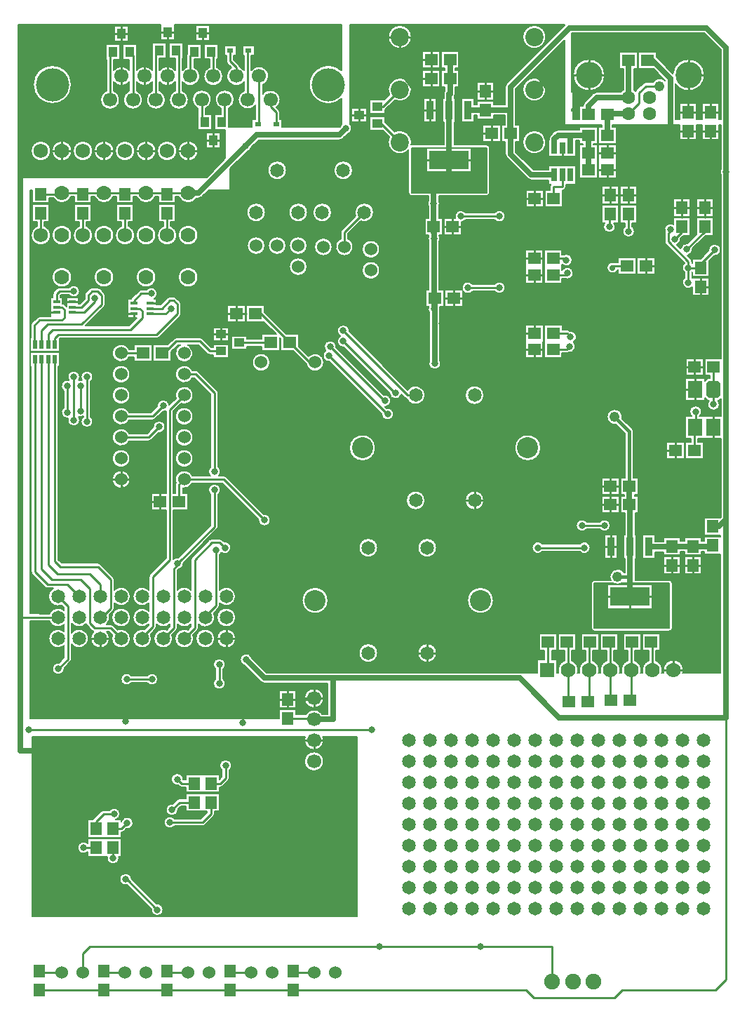
<source format=gbr>
G04 DesignSpark PCB Gerber Version 9.0 Build 5138 *
G04 #@! TF.Part,Single*
G04 #@! TF.FileFunction,Copper,L4,Bot *
G04 #@! TF.FilePolarity,Positive *
%FSLAX35Y35*%
%MOIN*%
G04 #@! TA.AperFunction,SMDPad,CuDef*
%AMT26*0 Chamfered Rectangle Pad at angle 0*4,1,8,-0.02165,-0.04134,0.02165,-0.04134,0.03346,-0.02953,0.03346,0.02953,0.02165,0.04134,-0.02165,0.04134,-0.03346,0.02953,-0.03346,-0.02953,-0.02165,-0.04134,0*%
%ADD26T26*%
%ADD76R,0.02165X0.04331*%
%ADD20R,0.03110X0.05709*%
%ADD21R,0.03110X0.06496*%
%ADD22R,0.03583X0.08898*%
%ADD79R,0.04000X0.04800*%
%ADD70R,0.05500X0.06000*%
%ADD25R,0.06693X0.08268*%
G04 #@! TA.AperFunction,ComponentPad*
%ADD27R,0.07000X0.07000*%
G04 #@! TD.AperFunction*
%ADD10C,0.00500*%
%ADD11C,0.01000*%
%ADD16C,0.01500*%
%ADD12C,0.02500*%
G04 #@! TA.AperFunction,ViaPad*
%ADD15C,0.02900*%
%ADD14C,0.03200*%
%ADD13C,0.04800*%
G04 #@! TA.AperFunction,ComponentPad*
%ADD24C,0.06000*%
%ADD18C,0.06299*%
G04 #@! TA.AperFunction,WasherPad*
%ADD17C,0.06500*%
G04 #@! TA.AperFunction,ComponentPad*
%ADD73C,0.06693*%
%ADD72C,0.06890*%
%ADD28C,0.07000*%
%ADD29C,0.07500*%
%ADD77C,0.08661*%
%ADD81C,0.10000*%
%ADD19C,0.12598*%
G04 #@! TA.AperFunction,SMDPad,CuDef*
%ADD75R,0.03386X0.01575*%
%ADD80R,0.03110X0.02165*%
%ADD78R,0.04800X0.04000*%
%ADD71R,0.06000X0.05500*%
G04 #@! TA.AperFunction,ComponentPad*
%ADD74C,0.15748*%
G04 #@! TA.AperFunction,SMDPad,CuDef*
%ADD23R,0.18976X0.08898*%
X0Y0D02*
D02*
D10*
X31098Y573074D02*
Y500574D01*
X120496*
X128331Y508409*
G75*
G02X129193Y509756I2736J-800*
G01*
Y523255*
X124319*
Y530554*
X127341*
Y533198*
G75*
G02X124494Y537448I1750J4250*
G01*
G75*
G02X133687I4596*
G01*
G75*
G02X130841Y533198I-4596*
G01*
Y528426*
G75*
G02X130819Y528152I-1750*
G01*
Y524574*
X142031*
Y528062*
X143699*
Y534725*
G75*
G02X135400Y537448I-3703J2723*
G01*
G75*
G02X138246Y541698I4596*
G01*
Y545906*
G75*
G02X129947Y548629I-3703J2723*
G01*
G75*
G02X132297Y552639I4596*
G01*
X130454Y554482*
G75*
G02X129942Y555719I1237J1237*
G01*
Y558385*
X128909*
Y563050*
X134520*
Y558385*
X133442*
Y556444*
X135781Y554105*
G75*
G02X136293Y552880I-1237J-1237*
G01*
G75*
G02X138246Y551352I-1750J-4250*
G01*
Y558385*
X137610*
Y563050*
X143220*
Y558385*
X141746*
Y551352*
G75*
G02X150045Y548629I3703J-2723*
G01*
G75*
G02X147199Y544379I-4596*
G01*
Y540171*
G75*
G02X155498Y537448I3703J-2723*
G01*
G75*
G02X153634Y533752I-4596*
G01*
X154794Y532591*
G75*
G02X155309Y531352I-1235J-1239*
G01*
Y528062*
X156343*
Y524574*
X183859*
X183939Y524654*
G75*
G02X184500Y525697I2736J-800*
G01*
Y537935*
G75*
G02X169159Y544613I-6217J6678*
G01*
G75*
G02X184500Y551292I9124*
G01*
Y573074*
X105250*
Y565824*
X98750*
Y573074*
X31098*
X115321Y572625D02*
X121821D01*
Y565324*
X115321*
Y572625*
X125388Y552880D02*
G75*
G02X128234Y548629I-1750J-4250D01*
G01*
G75*
G02X119041I-4596*
G01*
G75*
G02X121888Y552880I4596*
G01*
Y556625*
X119321*
Y563924*
X125821*
Y556625*
X125388*
Y552880*
X111321Y563924D02*
X117821D01*
Y556625*
X114482*
Y552880*
G75*
G02X117329Y548629I-1750J-4250*
G01*
G75*
G02X109030Y545906I-4596*
G01*
Y541698*
G75*
G02X111876Y537448I-1750J-4250*
G01*
G75*
G02X102683I-4596*
G01*
G75*
G02X105530Y541698I4596*
G01*
Y545906*
G75*
G02X98124I-3703J2724*
G01*
Y541698*
G75*
G02X100970Y537448I-1750J-4250*
G01*
G75*
G02X91778I-4596*
G01*
G75*
G02X94624Y541698I4596*
G01*
Y545906*
G75*
G02X87219I-3703J2724*
G01*
Y541698*
G75*
G02X90065Y537448I-1750J-4250*
G01*
G75*
G02X80872I-4596*
G01*
G75*
G02X83719Y541698I4596*
G01*
Y545906*
G75*
G02X76313I-3703J2724*
G01*
Y541698*
G75*
G02X79159Y537448I-1750J-4250*
G01*
G75*
G02X69967I-4596*
G01*
G75*
G02X72813Y541698I4596*
G01*
Y556373*
X72750*
Y563672*
X79250*
Y556373*
X76313*
Y551352*
G75*
G02X83719I3703J-2724*
G01*
Y556373*
X80750*
Y563672*
X87250*
Y556373*
X87219*
Y551352*
G75*
G02X94624I3703J-2724*
G01*
Y559148*
G75*
G02X94750Y559800I1750*
G01*
Y564424*
X101250*
Y557125*
X98124*
Y551352*
G75*
G02X105530I3703J-2724*
G01*
Y557125*
X102750*
Y564424*
X109250*
Y557125*
X109030*
Y551352*
G75*
G02X110982Y552880I3703J-2723*
G01*
Y558435*
G75*
G02X111321Y559470I1750*
G01*
Y563924*
X119935Y530554D02*
X122819D01*
Y523255*
X116319*
Y530554*
X116435*
Y533198*
G75*
G02X113589Y537448I1750J4250*
G01*
G75*
G02X122781I4596*
G01*
G75*
G02X119935Y533198I-4596*
G01*
Y530554*
X120319Y521854D02*
X126819D01*
Y514554*
X120319*
Y521854*
X106951Y513074D02*
G75*
G02X116451I4750D01*
G01*
G75*
G02X106951I-4750*
G01*
X97006D02*
G75*
G02X106396I4695D01*
G01*
G75*
G02X97006I-4695*
G01*
X86951D02*
G75*
G02X96451I4750D01*
G01*
G75*
G02X86951I-4750*
G01*
X77006D02*
G75*
G02X86396I4695D01*
G01*
G75*
G02X77006I-4695*
G01*
X37006D02*
G75*
G02X46396I4695D01*
G01*
G75*
G02X37006I-4695*
G01*
X38057Y544613D02*
G75*
G02X56305I9124D01*
G01*
G75*
G02X38057I-9124*
G01*
X46951Y513074D02*
G75*
G02X56451I4750D01*
G01*
G75*
G02X46951I-4750*
G01*
X57006D02*
G75*
G02X66396I4695D01*
G01*
G75*
G02X57006I-4695*
G01*
X66951D02*
G75*
G02X76451I4750D01*
G01*
G75*
G02X66951I-4750*
G01*
X76750Y572373D02*
X83250D01*
Y565074*
X76750*
Y572373*
X31348Y513074D02*
G36*
Y500824D01*
X120746*
X128331Y508409*
G75*
G02X129193Y509756I2737J-801*
G01*
Y513074*
X116451*
G75*
G02X106951I-4750*
G01*
X106396*
G75*
G02X97006I-4695*
G01*
X96451*
G75*
G02X86951I-4750*
G01*
X86396*
G75*
G02X77006I-4695*
G01*
X76451*
G75*
G02X66951I-4750*
G01*
X66396*
G75*
G02X57006I-4695*
G01*
X56451*
G75*
G02X46951I-4750*
G01*
X46396*
G75*
G02X37006I-4695*
G01*
X31348*
G37*
Y518204D02*
G36*
Y513074D01*
X37006*
G75*
G02X46396I4695*
G01*
X46951*
G75*
G02X56451I4750*
G01*
X57006*
G75*
G02X66396I4695*
G01*
X66951*
G75*
G02X76451I4750*
G01*
X77006*
G75*
G02X86396I4695*
G01*
X86951*
G75*
G02X96451I4750*
G01*
X97006*
G75*
G02X106396I4695*
G01*
X106951*
G75*
G02X116451I4750*
G01*
X129193*
Y518204*
X126819*
Y514554*
X120319*
Y518204*
X31348*
G37*
Y532650D02*
G36*
Y518204D01*
X120319*
Y521854*
X126819*
Y518204*
X129193*
Y523255*
X124319*
Y530554*
X127341*
Y532650*
X119935*
Y530554*
X122819*
Y523255*
X116319*
Y530554*
X116435*
Y532650*
X31348*
G37*
X130819Y528152D02*
G36*
Y524574D01*
X142031*
Y528062*
X143699*
Y532650*
X130841*
Y528426*
G75*
G02X130819Y528152I-1775J2*
G01*
G37*
X154736Y532650D02*
G36*
X154794Y532591D01*
G75*
G02X155309Y531352I-1237J-1240*
G01*
Y528062*
X156343*
Y524574*
X183859*
X183939Y524654*
G75*
G02X184250Y525353I2728J-795*
G01*
Y532650*
X154736*
G37*
X31348Y544613D02*
G36*
Y532650D01*
X116435*
Y533198*
G75*
G02X113589Y537447I1749J4250*
G01*
G75*
G02Y537448I5013J0*
G01*
G75*
G02X122781I4596*
G01*
G75*
G02Y537447I-5013J0*
G01*
G75*
G02X119935Y533198I-4596*
G01*
Y532650*
X127341*
Y533198*
G75*
G02X124494Y537447I1749J4250*
G01*
G75*
G02Y537448I5013J0*
G01*
G75*
G02X133687I4596*
G01*
G75*
G02Y537447I-5013J0*
G01*
G75*
G02X130841Y533198I-4596*
G01*
Y532650*
X143699*
Y534725*
G75*
G02X135400Y537448I-3703J2723*
G01*
G75*
G02Y537449I5013J0*
G01*
G75*
G02X138246Y541698I4596*
G01*
Y544613*
X136780*
G75*
G02X132307I-2236J4016*
G01*
X125874*
G75*
G02X121402I-2236J4015*
G01*
X114969*
G75*
G02X110496I-2236J4016*
G01*
X109030*
Y541698*
G75*
G02X111876Y537449I-1749J-4250*
G01*
G75*
G02Y537448I-5013J0*
G01*
G75*
G02X102683I-4596*
G01*
G75*
G02Y537449I5013J0*
G01*
G75*
G02X105530Y541698I4596*
G01*
Y544613*
X104063*
G75*
G02X99591I-2236J4015*
G01*
X98124*
Y541698*
G75*
G02X100970Y537449I-1749J-4250*
G01*
G75*
G02Y537448I-5013J0*
G01*
G75*
G02X91778I-4596*
G01*
G75*
G02Y537449I5013J0*
G01*
G75*
G02X94624Y541698I4596*
G01*
Y544613*
X93157*
G75*
G02X88685I-2236J4015*
G01*
X87219*
Y541698*
G75*
G02X90065Y537449I-1749J-4250*
G01*
G75*
G02Y537448I-5013J0*
G01*
G75*
G02X80872I-4596*
G01*
G75*
G02Y537449I5013J0*
G01*
G75*
G02X83719Y541698I4596*
G01*
Y544613*
X82252*
G75*
G02X77780I-2236J4015*
G01*
X76313*
Y541698*
G75*
G02X79159Y537449I-1749J-4250*
G01*
G75*
G02Y537448I-5013J0*
G01*
G75*
G02X69967I-4596*
G01*
G75*
G02Y537449I5013J0*
G01*
G75*
G02X72813Y541698I4596*
G01*
Y544613*
X56305*
G75*
G02X38057I-9124*
G01*
X31348*
G37*
X147199Y544379D02*
G36*
Y540171D01*
G75*
G02X155498Y537448I3703J-2723*
G01*
G75*
G02Y537447I-5639J0*
G01*
G75*
G02X153634Y533752I-4595*
G01*
X154736Y532650*
X184250*
Y537711*
G75*
G02X169159Y544613I-5967J6903*
G01*
X147685*
G75*
G02X147199Y544379I-2236J4015*
G01*
G37*
X31348Y553978D02*
G36*
Y544613D01*
X38057*
G75*
G02X56305I9124*
G01*
X72813*
Y553978*
X31348*
G37*
X76313Y545906D02*
G36*
Y544613D01*
X77780*
G75*
G02X76313Y545906I2236J4016*
G01*
G37*
Y553978D02*
G36*
Y551352D01*
G75*
G02X83719I3703J-2723*
G01*
Y553978*
X76313*
G37*
X82252Y544613D02*
G36*
X83719D01*
Y545906*
G75*
G02X82252Y544613I-3703J2723*
G01*
G37*
X87219Y545906D02*
G36*
Y544613D01*
X88685*
G75*
G02X87219Y545906I2236J4016*
G01*
G37*
Y553978D02*
G36*
Y551352D01*
G75*
G02X94624I3703J-2723*
G01*
Y553978*
X87219*
G37*
X93157Y544613D02*
G36*
X94624D01*
Y545906*
G75*
G02X93157Y544613I-3703J2723*
G01*
G37*
X98124Y545906D02*
G36*
Y544613D01*
X99591*
G75*
G02X98124Y545906I2236J4016*
G01*
G37*
Y553978D02*
G36*
Y551352D01*
G75*
G02X105530I3703J-2723*
G01*
Y553978*
X98124*
G37*
X104063Y544613D02*
G36*
X105530D01*
Y545906*
G75*
G02X104063Y544613I-3703J2723*
G01*
G37*
X109030Y545906D02*
G36*
Y544613D01*
X110496*
G75*
G02X109030Y545906I2236J4016*
G01*
G37*
Y553978D02*
G36*
Y551352D01*
G75*
G02X110982Y552880I3706J-2727*
G01*
Y553978*
X109030*
G37*
X114482D02*
G36*
Y552880D01*
G75*
G02X117329Y548630I-1749J-4250*
G01*
G75*
G02Y548629I-5013J0*
G01*
G75*
G02X114969Y544613I-4596*
G01*
X121402*
G75*
G02X119041Y548629I2236J4016*
G01*
G75*
G02Y548630I5013J0*
G01*
G75*
G02X121888Y552880I4596*
G01*
Y553978*
X114482*
G37*
X125388D02*
G36*
Y552880D01*
G75*
G02X128234Y548630I-1749J-4250*
G01*
G75*
G02Y548629I-5013J0*
G01*
G75*
G02X125874Y544613I-4596*
G01*
X132307*
G75*
G02X129947Y548629I2236J4016*
G01*
G75*
G02X132297Y552639I4596*
G01*
X130958Y553978*
X125388*
G37*
X135896D02*
G36*
G75*
G02X136293Y552880I-1352J-1111D01*
G01*
G75*
G02X138246Y551352I-1753J-4254*
G01*
Y553978*
X135896*
G37*
X136780Y544613D02*
G36*
X138246D01*
Y545906*
G75*
G02X136780Y544613I-3703J2723*
G01*
G37*
X141746Y553978D02*
G36*
Y551352D01*
G75*
G02X150045Y548629I3703J-2723*
G01*
G75*
G02Y548628I-5013J0*
G01*
G75*
G02X147685Y544613I-4596*
G01*
X169159*
G75*
G02X184250Y551516I9124J0*
G01*
Y553978*
X141746*
G37*
X31348Y568974D02*
G36*
Y553978D01*
X72813*
Y556373*
X72750*
Y563672*
X79250*
Y556373*
X76313*
Y553978*
X83719*
Y556373*
X80750*
Y563672*
X87250*
Y556373*
X87219*
Y553978*
X94624*
Y559148*
G75*
G02X94750Y559800I1757J-1*
G01*
Y564424*
X101250*
Y557125*
X98124*
Y553978*
X105530*
Y557125*
X102750*
Y564424*
X109250*
Y557125*
X109030*
Y553978*
X110982*
Y558435*
G75*
G02Y558437I1961J1*
G01*
G75*
G02X111321Y559470I1746*
G01*
Y563924*
X117821*
Y556625*
X114482*
Y553978*
X121888*
Y556625*
X119321*
Y563924*
X125821*
Y556625*
X125388*
Y553978*
X130958*
X130454Y554482*
G75*
G02X129942Y555719I1235J1237*
G01*
Y558385*
X128909*
Y563050*
X134520*
Y558385*
X133442*
Y556444*
X135781Y554105*
G75*
G02X135896Y553978I-1237J-1237*
G01*
X138246*
Y558385*
X137610*
Y563050*
X143220*
Y558385*
X141746*
Y553978*
X184250*
Y568974*
X121821*
Y565324*
X115321*
Y568974*
X105250*
Y565824*
X98750*
Y568974*
X83250*
Y565074*
X76750*
Y568974*
X31348*
G37*
Y572824D02*
G36*
Y568974D01*
X76750*
Y572373*
X83250*
Y568974*
X98750*
Y572824*
X31348*
G37*
X105250D02*
G36*
Y568974D01*
X115321*
Y572625*
X121821*
Y568974*
X184250*
Y572824*
X105250*
G37*
X36500Y289787D02*
Y243574D01*
X155000*
Y247824*
X163000*
Y245324*
X167492*
G75*
G02X175357Y245574I4008J-2250*
G01*
X178000*
Y260187*
X147939*
G75*
G02X146169Y260919I-2J2500*
G01*
X138389Y268698*
G75*
G02X136339Y271434I800J2735*
G01*
G75*
G02X141925Y272234I2850*
G01*
X148972Y265187*
X269146*
G75*
G02X269890Y265074I2J-2500*
G01*
X277520*
Y271310*
X281019*
Y275684*
X278520*
Y283684*
X287020*
Y275684*
X284519*
Y271310*
X287020*
Y265074*
X287758*
G75*
G02X290519Y270978I4511J1488*
G01*
Y275684*
X287520*
Y283684*
X296020*
Y275684*
X294019*
Y270978*
G75*
G02X296780Y265074I-1750J-4416*
G01*
X297758*
G75*
G02X300519Y270978I4511J1488*
G01*
Y275684*
X298520*
Y283684*
X307020*
Y275684*
X304019*
Y270978*
G75*
G02X306780Y265074I-1750J-4416*
G01*
X307758*
G75*
G02X310519Y270978I4511J1488*
G01*
Y275684*
X307520*
Y283684*
X316020*
Y275684*
X314019*
Y270978*
G75*
G02X316780Y265074I-1750J-4416*
G01*
X317758*
G75*
G02X320519Y270978I4511J1488*
G01*
Y275684*
X318520*
Y283684*
X327020*
Y275684*
X324019*
Y270978*
G75*
G02X326780Y265074I-1750J-4416*
G01*
X327758*
G75*
G02X330519Y270978I4511J1488*
G01*
Y275684*
X327520*
Y283684*
X336020*
Y275684*
X334019*
Y270978*
G75*
G02X336780Y265074I-1750J-4416*
G01*
X337758*
G75*
G02X337519Y266562I4511J1488*
G01*
G75*
G02X347019I4750*
G01*
G75*
G02X346780Y265074I-4750*
G01*
X364743*
Y321417*
X356996*
Y322700*
X355630*
Y320952*
X347630*
Y322700*
X345630*
Y320952*
X337630*
Y322610*
X333726*
Y319413*
X327644*
Y330810*
X333726*
Y327610*
X337630*
Y329452*
X345630*
Y327700*
X347630*
Y329452*
X355630*
Y327700*
X356996*
Y329917*
X364743*
Y330417*
X356996*
Y338917*
X364687*
X364880Y339109*
Y376334*
X354124*
Y374779*
X356622*
Y366779*
X348122*
Y374779*
X350624*
Y376334*
X347953*
Y387102*
X350991*
G75*
G02X350030Y389235I1889J2134*
G01*
G75*
G02X355730I2850*
G01*
G75*
G02X354769Y387102I-2850*
G01*
X364880*
Y395430*
X363893Y394443*
X363592*
G75*
G02X364230Y392646I-2212J-1797*
G01*
G75*
G02X358530I-2850*
G01*
G75*
G02X359168Y394443I2850*
G01*
X358528*
X357146Y395825*
Y394444*
X347953*
Y405212*
X357146*
Y403828*
X358528Y405210*
X359461*
Y406574*
X357130*
Y414574*
X364880*
Y501706*
G75*
G02Y504443I2500J1369*
G01*
Y525470*
X363988*
Y518324*
X355988*
Y525470*
X353380*
Y518324*
X345380*
Y525470*
X313380*
Y524574*
X315130*
Y516574*
X306630*
Y524574*
X308380*
Y525470*
X290685*
Y565833*
X267401Y542549*
Y533582*
G75*
G02Y531369I-2626J-1107*
G01*
Y525354*
X269150*
Y517354*
X267401*
Y512608*
X275793Y504216*
X282955*
Y506214*
X296045*
Y497218*
X291250*
Y496074*
G75*
G02X289630Y494329I-1750*
G01*
Y486574*
X281130*
Y494574*
X283630*
Y496074*
G75*
G02X284056Y497218I1750J0*
G01*
X282955*
Y499216*
X274760*
G75*
G02X272990Y499948I-2J2500*
G01*
X263133Y509805*
G75*
G02X262401Y511572I1768J1768*
G01*
Y517354*
X260650*
Y525354*
X262356*
X262303Y529975*
X256904*
Y528224*
X248904*
Y529975*
X247787*
Y526806*
X241705*
Y538204*
X247787*
Y534975*
X248904*
Y536724*
X256904*
Y534975*
X262401*
Y543584*
G75*
G02X263133Y545352I2500*
G01*
X290685Y572904*
Y573145*
X188549*
Y526001*
G75*
G02X187474Y521119I-1874J-2147*
G01*
X185318Y518963*
G75*
G02X183548Y518230I-1768J1768*
G01*
X145192*
X141735Y514774*
G75*
G02X139800Y512839I-2736J800*
G01*
X131692Y504730*
Y494574*
X121535*
X118268Y491306*
G75*
G02X116498Y490574I-1768J1768*
G01*
X115740*
G75*
G02X107285Y491324I-4039J2500*
G01*
X105701*
Y488324*
X97701*
Y491324*
X96117*
G75*
G02X87285I-4416J1750*
G01*
X85701*
Y488324*
X77701*
Y491324*
X76117*
G75*
G02X67285I-4416J1750*
G01*
X65701*
Y488324*
X57701*
Y491324*
X56117*
G75*
G02X47518Y490824I-4416J1750*
G01*
X45701*
Y488324*
X37701*
Y494574*
X36500*
Y293287*
X45696Y293211*
G75*
G02X52750Y294849I4131J-1784*
G01*
Y296030*
X51521Y297259*
G75*
G02X47529Y305296I-1694J4169*
G01*
X44845*
G75*
G02X43607Y305809I-1J1750*
G01*
X37633Y311784*
G75*
G02X37120Y313022I1237J1237*
G01*
Y410680*
X36537*
Y417511*
X50652*
Y410680*
X50069*
Y318799*
X51544Y317324*
X68807*
G75*
G02X70045Y316811I1J-1750*
G01*
X76072Y310784*
G75*
G02X76585Y309547I-1237J-1237*
G01*
Y304548*
G75*
G02X84327Y301428I3242J-3121*
G01*
G75*
G02X76585Y298307I-4500*
G01*
Y295801*
G75*
G02X76072Y294564I-1750*
G01*
X74158Y292649*
G75*
G02X72941Y288179I-4331J-1222*
G01*
X74824*
G75*
G02X76063Y287667I1J-1750*
G01*
X78133Y285596*
G75*
G02X84327Y281428I1694J-4169*
G01*
G75*
G02X75327I-4500*
G01*
G75*
G02X75658Y283122I4500*
G01*
X74100Y284679*
X72938*
G75*
G02X74327Y281428I-3111J-3251*
G01*
G75*
G02X65327I-4500*
G01*
G75*
G02X66805Y284762I4500J0*
G01*
G75*
G02X66100Y285192I532J1668*
G01*
X63600Y287691*
G75*
G02X63166Y288411I1237J1237*
G01*
G75*
G02X56250Y288697I-3339J3017*
G01*
Y284158*
G75*
G02X64327Y281428I3577J-2731*
G01*
G75*
G02X56250Y278697I-4500*
G01*
Y271574*
G75*
G02X55737Y270337I-1750*
G01*
X52828Y267427*
G75*
G02X52850Y267074I-2828J-354*
G01*
G75*
G02X47150I-2850*
G01*
G75*
G02X50353Y269902I2850*
G01*
X52750Y272299*
Y278006*
G75*
G02X45327Y281428I-2923J3421*
G01*
G75*
G02X52750Y284849I4500*
G01*
Y288006*
G75*
G02X45667Y289712I-2923J3421*
G01*
X36500Y289787*
X353244Y490324D02*
X361244D01*
Y481824*
X353244*
Y490324*
X316880Y487365D02*
X324880D01*
Y478865*
X322763*
Y477174*
G75*
G02X323863Y474925I-1750J-2250*
G01*
G75*
G02X318163I-2850*
G01*
G75*
G02X319263Y477174I2850*
G01*
Y478865*
X316880*
Y487365*
Y496365D02*
X324880D01*
Y487865*
X316880*
Y496365*
X325008Y462452D02*
X333508D01*
Y454452*
X325008*
Y462452*
X359073Y466074D02*
G75*
G02X364773I2850D01*
G01*
G75*
G02X361570Y463246I-2850*
G01*
X359209Y460885*
Y453324*
X351209*
Y455388*
G75*
G02X351130Y455324I-1836J2186*
G01*
Y452824*
G75*
G02X351209Y452760I-1757J-2250*
G01*
Y452824*
X359209*
Y444324*
X351209*
Y448388*
G75*
G02X346530Y450574I-1829J2186*
G01*
G75*
G02X347630Y452824I2850*
G01*
Y455324*
G75*
G02Y459824I1750J2250*
G01*
Y459849*
X338643Y468837*
G75*
G02X338130Y470074I1237J1237*
G01*
Y474074*
G75*
G02X338237Y474678I1751J0*
G01*
G75*
G02X342380Y478168I2643J1067*
G01*
Y481324*
X350380*
Y472824*
X347105*
X345708Y471427*
G75*
G02X343983Y468446I-2828J-353*
G01*
X345764Y466665*
G75*
G02X348942Y469111I2824J-382*
G01*
X353244Y473413*
Y481324*
X361244*
Y472824*
X357605*
X351417Y466636*
G75*
G02X348970Y463458I-2828J-353*
G01*
X350617Y461811*
G75*
G02X351130Y460574I-1237J-1237*
G01*
Y459824*
G75*
G02X351209Y459760I-1757J-2250*
G01*
Y461824*
X355198*
X359095Y465721*
G75*
G02X359073Y466074I2828J354*
G01*
X348130Y414574D02*
X356630D01*
Y406574*
X348130*
Y414574*
X339122Y374779D02*
X347622D01*
Y366779*
X339122*
Y374779*
X342380Y490324D02*
X350380D01*
Y481824*
X342380*
Y490324*
X306750Y516074D02*
X315250D01*
Y500074*
X306750*
Y516074*
X308130Y349074D02*
X316630D01*
Y341074*
X308130*
Y349074*
Y357824D02*
X316630D01*
Y349824*
X308130*
Y357824*
X308380Y487365D02*
X316380D01*
Y478865*
X314096*
G75*
G02X314730Y477074I-2217J-1791*
G01*
G75*
G02X309030I-2850*
G01*
G75*
G02X309663Y478865I2850*
G01*
X308380*
Y487365*
X316008Y462452D02*
X324508D01*
Y454452*
X316008*
Y456701*
X315935*
G75*
G02X310680Y457574I-2555J873*
G01*
G75*
G02X314053Y460189I2700*
G01*
G75*
G02X314257Y460201I203J-1737*
G01*
X316008*
Y462452*
X340376Y309172D02*
G75*
G02X341876Y307672J-1500D01*
G01*
Y286428*
G75*
G02X340376Y284928I-1500*
G01*
X304764*
G75*
G02X303264Y286428J1500*
G01*
Y307672*
G75*
G02X304764Y309172I1500*
G01*
X312496*
G75*
G02X318805Y312824I3255J1652*
G01*
X319130*
Y319413*
X318589*
Y330810*
X319130*
Y341074*
X317130*
Y349074*
X318880*
Y349824*
X317130*
Y357824*
X319380*
Y378848*
X315125Y383103*
G75*
G02X310730Y386676I-745J3573*
G01*
G75*
G02X318030I3650*
G01*
G75*
G02X317953Y385931I-3651*
G01*
X322793Y381092*
G75*
G02X323380Y379676I-1413J-1416*
G01*
Y357824*
X325630*
Y349824*
X323880*
Y349074*
X325630*
Y341074*
X324130*
Y330810*
X324671*
Y319413*
X324130*
Y309172*
X340376*
X308380Y496365D02*
X316380D01*
Y487865*
X308380*
Y496365*
X276206Y522818D02*
G75*
G02Y511657J-5581D01*
G01*
G75*
G02X270625Y517237J5581*
G01*
G75*
G02X276206Y522818I5581*
G01*
Y547818D02*
G75*
G02X281787Y542237J-5581D01*
G01*
G75*
G02X276206Y536657I-5581*
G01*
G75*
G02X270625Y542237J5581*
G01*
G75*
G02X276206Y547818I5581*
G01*
X304380Y516074D02*
X306250D01*
Y500074*
X297750*
Y516074*
X299380*
Y516574*
X297630*
Y518074*
X296045*
Y510328*
X282955*
Y518537*
X283260*
Y518834*
G75*
G02X283992Y520602I2500*
G01*
X285732Y522342*
G75*
G02X287502Y523074I1768J-1768*
G01*
X297630*
Y524574*
X306130*
Y516574*
X304380*
Y516074*
X293078Y427582D02*
G75*
G02X294799Y422254I353J-2828D01*
G01*
G75*
G02X292428Y417324I-1908J-2117*
G01*
G75*
G02X291641Y417137I-786J1563*
G01*
X289453*
Y414889*
X280953*
Y422889*
X281075*
Y430385*
X289575*
Y428135*
X291799*
G75*
G02X293037Y427622I1J-1750*
G01*
X293078Y427582*
X307252Y336914D02*
G75*
G02X312352Y335164I2250J-1750D01*
G01*
G75*
G02X307252Y333414I-2850*
G01*
X301130*
G75*
G02X296030Y335164I-2250J1750*
G01*
G75*
G02X301130Y336914I2850*
G01*
X307252*
X309533Y330810D02*
X315616D01*
Y319413*
X309533*
Y330810*
X289453Y456502D02*
G75*
G02X294759Y455057I2457J-1445D01*
G01*
G75*
G02X291064Y452335I-2850*
G01*
G75*
G02X290932Y452330I-134J1743*
G01*
X289453*
Y450082*
X280953*
Y465999*
X289453*
Y463749*
X290168*
G75*
G02X294283Y461195I1265J-2554*
G01*
G75*
G02X289453Y459145I-2850*
G01*
Y456502*
X266847Y372035D02*
G75*
G02X279347I6250D01*
G01*
G75*
G02X266847I-6250*
G01*
X297752Y326324D02*
G75*
G02X302852Y324574I2250J-1750D01*
G01*
G75*
G02X297752Y322824I-2850*
G01*
X280145*
G75*
G02X275046Y324574I-2250J1750*
G01*
G75*
G02X280145Y326324I2850*
G01*
X297752*
X272075Y430385D02*
X280575D01*
Y422385*
X280453*
Y414889*
X271953*
Y422889*
X272075*
Y430385*
X271953Y465999D02*
X280453D01*
Y450082*
X271953*
Y465999*
X272130Y494574D02*
X280630D01*
Y486574*
X272130*
Y494574*
X251650Y525354D02*
X260150D01*
Y517354*
X251650*
Y525354*
X189246Y533354D02*
X196547D01*
Y526854*
X189246*
Y533354*
X190925Y483865D02*
G75*
G02X199925I4500D01*
G01*
G75*
G02X193731Y479696I-4500*
G01*
X187680Y473646*
Y471355*
G75*
G02X185930Y463232I-1750J-3873*
G01*
G75*
G02X184180Y471355J4250*
G01*
Y474371*
G75*
G02X184693Y475608I1750*
G01*
X191256Y482171*
G75*
G02X190925Y483865I4169J1694*
G01*
X194296Y456368D02*
G75*
G02X202796I4250D01*
G01*
G75*
G02X194296I-4250*
G01*
Y466368D02*
G75*
G02X202796I4250D01*
G01*
G75*
G02X194296I-4250*
G01*
X216033Y399502D02*
G75*
G02X224297Y397035I3764J-2467D01*
G01*
G75*
G02X215633Y395330I-4500*
G01*
G75*
G02X214787Y395798I392J1706*
G01*
X213049Y397536*
G75*
G02X207400Y398074I-2799J538*
G01*
G75*
G02X207402Y398184I2846J4*
G01*
X185778Y419808*
G75*
G02X184055Y425135I-353J2828*
G01*
G75*
G02X182575Y427635I1370J2499*
G01*
G75*
G02X188275I2850*
G01*
G75*
G02X188253Y427281I-2850J1*
G01*
X216033Y399502*
X215297Y347035D02*
G75*
G02X224297I4500D01*
G01*
G75*
G02X215297I-4500*
G01*
X220804Y274558D02*
G75*
G02X229804I4500D01*
G01*
G75*
G02X220804I-4500*
G01*
Y324558D02*
G75*
G02X229804I4500D01*
G01*
G75*
G02X220804I-4500*
G01*
X253528Y515983D02*
G75*
G02X255028Y514483J-1500D01*
G01*
Y493239*
G75*
G02X253528Y491739I-1500*
G01*
X230880*
Y489443*
G75*
G02Y486706I-2500J-1369*
G01*
Y480995*
X232630*
Y472995*
X231036*
Y472802*
G75*
G02Y470065I-2500J-1369*
G01*
Y447255*
X233130*
Y439255*
X231380*
Y438157*
G75*
G02Y437778I-2844J-189*
G01*
Y413443*
G75*
G02X231730Y412074I-2500J-1369*
G01*
G75*
G02X226030I-2850*
G01*
G75*
G02X226380Y413443I2850*
G01*
Y436104*
G75*
G02X225994Y439255I2156J1863*
G01*
X224630*
Y447255*
X226036*
Y470065*
G75*
G02Y472802I2500J1369*
G01*
Y472995*
X224130*
Y480995*
X225880*
Y486706*
G75*
G02Y489443I2500J1369*
G01*
Y491739*
X217913*
G75*
G02X216413Y493239J1500*
G01*
Y513457*
G75*
G02X207324Y519747I-4105J3781*
G01*
X204217Y522854*
X197945*
Y529354*
X205246*
Y526774*
X209798Y522222*
G75*
G02X217744Y515974I2510J-4984*
G01*
G75*
G02X217913Y515983I168J-1490*
G01*
X233192*
Y526806*
X232650*
Y538204*
X233192*
Y540248*
G75*
G02X233660Y541706I2500*
G01*
Y543594*
X231909*
Y551594*
X233660*
Y552346*
X231909*
Y560346*
X240409*
Y552346*
X238660*
Y551594*
X240409*
Y543594*
X238660*
Y540248*
G75*
G02X238192Y538791I-2500*
G01*
Y538204*
X238732*
Y526806*
X238192*
Y515983*
X253528*
X257363Y483789D02*
G75*
G02X262463Y482039I2250J-1750D01*
G01*
G75*
G02X257363Y480289I-2850*
G01*
X243513*
G75*
G02X241630Y479212I-2250J1750*
G01*
Y472995*
X233130*
Y480995*
X238611*
G75*
G02X243513Y483789I2652J1043*
G01*
X257363*
Y449824D02*
G75*
G02X262463Y448074I2250J-1750D01*
G01*
G75*
G02X257363Y446324I-2850*
G01*
X246880*
G75*
G02X242130Y446706I-2250J1750*
G01*
Y439255*
X233630*
Y447255*
X241900*
G75*
G02X246880Y449824I2730J819*
G01*
X257363*
X243297Y347035D02*
G75*
G02X252297I4500D01*
G01*
G75*
G02X243297I-4500*
G01*
X244354Y299558D02*
G75*
G02X256854I6250D01*
G01*
G75*
G02X244354I-6250*
G01*
X243297Y397035D02*
G75*
G02X252297I4500D01*
G01*
G75*
G02X243297I-4500*
G01*
X212308Y547818D02*
G75*
G02X217889Y542237J-5581D01*
G01*
G75*
G02X209798Y537253I-5581J0*
G01*
X205411Y532865*
G75*
G02X205246Y532720I-1239J1237*
G01*
Y530854*
X197945*
Y537354*
X204950*
X207324Y539728*
G75*
G02X212308Y547818I4985J2510*
G01*
Y572818D02*
G75*
G02X217889Y567237J-5581D01*
G01*
G75*
G02X212308Y561657I-5581*
G01*
G75*
G02X206728Y567237J5581*
G01*
G75*
G02X212308Y572818I5581*
G01*
X222909Y551594D02*
X231409D01*
Y543594*
X222909*
Y551594*
X223594Y538204D02*
X229677D01*
Y526806*
X223594*
Y538204*
X222909Y560346D02*
X231409D01*
Y552346*
X222909*
Y560346*
X248904Y545724D02*
X256904D01*
Y537224*
X248904*
Y545724*
X276206Y572818D02*
G75*
G02X281787Y567237J-5581D01*
G01*
G75*
G02X276206Y561657I-5581*
G01*
G75*
G02X270625Y567237J5581*
G01*
G75*
G02X276206Y572818I5581*
G01*
X149500Y503865D02*
G75*
G02X158500I4500D01*
G01*
G75*
G02X149500I-4500*
G01*
X149750Y468074D02*
G75*
G02X158250I4250D01*
G01*
G75*
G02X149750I-4250*
G01*
X159500Y483865D02*
G75*
G02X168500I4500D01*
G01*
G75*
G02X159500I-4500*
G01*
X159750Y458074D02*
G75*
G02X168250I4250D01*
G01*
G75*
G02X159750I-4250*
G01*
Y468074D02*
G75*
G02X168250I4250D01*
G01*
G75*
G02X159750I-4250*
G01*
X170925Y483865D02*
G75*
G02X179925I4500D01*
G01*
G75*
G02X170925I-4500*
G01*
X171680Y467482D02*
G75*
G02X180180I4250D01*
G01*
G75*
G02X171680I-4250*
G01*
X205925Y390865D02*
G75*
G02X209350Y388074I575J-2791D01*
G01*
G75*
G02X203650I-2850*
G01*
G75*
G02X203652Y388188I2851J-2*
G01*
X178905Y412935*
G75*
G02X177082Y418205I-353J2828*
G01*
G75*
G02X176327Y420137I2095J1932*
G01*
G75*
G02X182027I2850*
G01*
G75*
G02X182005Y419784I-2850J1*
G01*
X204674Y397115*
G75*
G02X208100Y394324I576J-2791*
G01*
G75*
G02X205315Y391475I-2850*
G01*
X205925Y390865*
X188247Y372035D02*
G75*
G02X200747I6250D01*
G01*
G75*
G02X188247I-6250*
G01*
X192804Y274558D02*
G75*
G02X201804I4500D01*
G01*
G75*
G02X192804I-4500*
G01*
Y324558D02*
G75*
G02X201804I4500D01*
G01*
G75*
G02X192804I-4500*
G01*
X180925Y503865D02*
G75*
G02X189925I4500D01*
G01*
G75*
G02X180925I-4500*
G01*
X168876Y415544D02*
G75*
G02X176228Y412639I3102J-2905D01*
G01*
G75*
G02X167853Y411618I-4250*
G01*
X161460Y418011*
X155685*
Y423786*
X155185Y424286*
Y418011*
X146685*
Y420261*
X139740*
Y418763*
X132441*
Y425263*
X139740*
Y423761*
X146685*
Y426011*
X153460*
X147714Y431757*
X139441*
Y439757*
X147941*
Y436480*
X158409Y426011*
X164185*
Y420235*
X168876Y415544*
X165754Y299558D02*
G75*
G02X178254I6250D01*
G01*
G75*
G02X165754I-6250*
G01*
X142138Y412639D02*
G75*
G02X150638I4250D01*
G01*
G75*
G02X142138I-4250*
G01*
X139500Y483865D02*
G75*
G02X148500I4500D01*
G01*
G75*
G02X139500I-4500*
G01*
X139750Y468074D02*
G75*
G02X148250I4250D01*
G01*
G75*
G02X139750I-4250*
G01*
X123740Y429263D02*
X131043D01*
Y422763*
X123740*
Y429263*
X130441Y439757D02*
X138941D01*
Y431757*
X130441*
Y439757*
X106951Y453074D02*
G75*
G02X116451I4750D01*
G01*
G75*
G02X106951I-4750*
G01*
Y473074D02*
G75*
G02X116451I4750D01*
G01*
G75*
G02X106951I-4750*
G01*
X103451Y477431D02*
G75*
G02X106396Y473074I-1750J-4357D01*
G01*
G75*
G02X97006I-4695*
G01*
G75*
G02X99951Y477431I4695*
G01*
Y479324*
X97701*
Y487824*
X105701*
Y479324*
X103451*
Y477431*
X86951Y453074D02*
G75*
G02X96451I4750D01*
G01*
G75*
G02X86951I-4750*
G01*
Y473074D02*
G75*
G02X96451I4750D01*
G01*
G75*
G02X86951I-4750*
G01*
X83451Y477431D02*
G75*
G02X86396Y473074I-1750J-4357D01*
G01*
G75*
G02X77006I-4695*
G01*
G75*
G02X79951Y477431I4695*
G01*
Y479324*
X77701*
Y487824*
X85701*
Y479324*
X83451*
Y477431*
X107937Y441368D02*
G75*
G02X108450Y440131I-1237J-1237D01*
G01*
Y435757*
G75*
G02X107937Y434520I-1750*
G01*
X97940Y424523*
G75*
G02X96702Y424010I-1237J1237*
G01*
X50652*
Y417767*
X36537*
Y424598*
X36846*
Y430134*
G75*
G02X37359Y431371I1750*
G01*
X39858Y433870*
G75*
G02X41096Y434383I1237J-1237*
G01*
X46205*
Y443456*
X47398*
Y445059*
G75*
G02X47910Y446296I1750*
G01*
X49230Y447616*
G75*
G02X50468Y448129I1237J-1237*
G01*
X55091*
G75*
G02X60190Y446379I2250J-1750*
G01*
G75*
G02X55091Y444629I-2850*
G01*
X51192*
X50898Y444334*
Y443456*
X52091*
Y440573*
G75*
G02X52976Y440096I-352J-1714*
G01*
X53843Y439230*
Y443456*
X59728*
Y440609*
X60342*
X62463Y442730*
Y444504*
G75*
G02X62976Y445742I1750*
G01*
X64850Y447616*
G75*
G02X66088Y448129I1237J-1237*
G01*
X68586*
G75*
G02X69824Y447616I1J-1750*
G01*
X71698Y445742*
G75*
G02X72211Y444504I-1237J-1237*
G01*
Y440131*
G75*
G02X71698Y438893I-1750*
G01*
X62815Y430009*
X83482*
X87133Y433661*
X83067*
Y442854*
X84521*
G75*
G02X84774Y443172I1490J-920*
G01*
X88189Y446588*
G75*
G02X89428Y447101I1237J-1237*
G01*
X91954*
G75*
G02X97054Y445351I2250J-1750*
G01*
G75*
G02X95577Y442854I-2850*
G01*
X96591*
Y440006*
X98477*
X101713Y443243*
G75*
G02X102952Y443755I1237J-1237*
G01*
X104824*
G75*
G02X106063Y443243I1J-1750*
G01*
X107937Y441368*
X60738Y405767D02*
G75*
G02X66438I2850D01*
G01*
G75*
G02X65338Y403517I-2850*
G01*
Y386773*
G75*
G02X66438Y384523I-1750J-2250*
G01*
G75*
G02X60738I-2850*
G01*
G75*
G02X61838Y386773I2850*
G01*
Y387025*
G75*
G02X59674Y386783I-1374J2497*
G01*
G75*
G02X60190Y385148I-2335J-1635*
G01*
G75*
G02X54490I-2850*
G01*
G75*
G02X54647Y386080I2850J0*
G01*
G75*
G02X52466Y391146I-431J2817*
G01*
Y399143*
G75*
G02X55006Y404131I1750J2250*
G01*
G75*
G02X54490Y405767I2335J1635*
G01*
G75*
G02X60190I2850*
G01*
G75*
G02X59674Y404131I-2850*
G01*
G75*
G02X61254I790J-2738*
G01*
G75*
G02X60738Y405767I2335J1635*
G01*
X75578Y357022D02*
G75*
G02X84078I4250D01*
G01*
G75*
G02X75578I-4250*
G01*
Y367022D02*
G75*
G02X84078I4250D01*
G01*
G75*
G02X75578I-4250*
G01*
X95102Y382024D02*
G75*
G02X100802I2850D01*
G01*
G75*
G02X97599Y379196I-2850*
G01*
X94191Y375788*
G75*
G02X92953Y375276I-1237J1237*
G01*
X83703*
G75*
G02X75578Y377022I-3874J1747*
G01*
G75*
G02X83700Y378776I4250*
G01*
X92229*
X95124Y381671*
G75*
G02X95102Y382024I2828J354*
G01*
X147583Y340491D02*
G75*
G02X150787Y337663I353J-2828D01*
G01*
G75*
G02X145087I-2850*
G01*
G75*
G02X145109Y338016I2850J-1*
G01*
X127852Y355272*
X113701*
G75*
G02X109201Y352819I-3873J1750*
G01*
Y350409*
X111701*
Y342409*
X104701*
Y319076*
G75*
G02X107053Y319872I1999J-2031*
G01*
X122444Y335264*
Y349784*
G75*
G02X121344Y352033I1750J2250*
G01*
G75*
G02X127044I2850*
G01*
G75*
G02X125944Y349784I-2850*
G01*
Y334539*
G75*
G02X125431Y333302I-1750*
G01*
X109528Y317398*
G75*
G02X106963Y314207I-2828J-353*
G01*
X106577Y313820*
Y304540*
G75*
G02X113072Y304545I3250J-3113*
G01*
Y318919*
G75*
G02X113585Y320156I1750*
G01*
X121707Y328279*
G75*
G02X122945Y328791I1237J-1237*
G01*
X126693*
G75*
G02X127931Y328279I1J-1750*
G01*
X128839Y327370*
G75*
G02X132043Y324542I353J-2828*
G01*
G75*
G02X127478Y322266I-2850*
G01*
G75*
G02X126569Y321043I-2659J1027*
G01*
Y304532*
G75*
G02X134327Y301428I3258J-3104*
G01*
G75*
G02X126569Y298323I-4500*
G01*
Y297051*
G75*
G02X126056Y295813I-1750*
G01*
X123794Y293551*
G75*
G02X116572Y288320I-3967J-2124*
G01*
Y286423*
G75*
G02X116059Y285185I-1750*
G01*
X113996Y283122*
G75*
G02X114327Y281428I-4169J-1694*
G01*
G75*
G02X105327I-4500*
G01*
G75*
G02X111521Y285596I4500*
G01*
X113072Y287148*
Y288310*
G75*
G02X106577Y288315I-3245J3117*
G01*
Y286429*
G75*
G02Y286427I-651J-1*
G01*
G75*
G02Y286426I-654J0*
G01*
G75*
G02X106064Y285188I-1750J0*
G01*
X103996Y283121*
G75*
G02X104327Y281428I-4169J-1693*
G01*
G75*
G02X95327I-4500*
G01*
G75*
G02X101522Y285596I4500*
G01*
X103077Y287151*
Y288315*
G75*
G02X96578Y288313I-3250J3113*
G01*
Y287054*
G75*
G02X96066Y285817I-1750*
G01*
X93796Y283547*
G75*
G02X94327Y281428I-3970J-2119*
G01*
G75*
G02X85327I-4500*
G01*
G75*
G02X91056Y285756I4500*
G01*
X93078Y287779*
Y288317*
G75*
G02X85327Y291428I-3252J3111*
G01*
G75*
G02X93078Y294539I4500*
G01*
Y298317*
G75*
G02X85327Y301428I-3252J3111*
G01*
G75*
G02X93078Y304539I4500*
G01*
Y310796*
G75*
G02X93591Y312034I1750*
G01*
X101201Y319644*
Y342409*
X94201*
Y350409*
X101201*
Y389524*
G75*
G02X99474Y389193I-1374J2497*
G01*
X96066Y385785*
G75*
G02X94828Y385272I-1237J1237*
G01*
X83701*
G75*
G02X75578Y387022I-3873J1750*
G01*
G75*
G02X83701Y388772I4250*
G01*
X94104*
X96999Y391668*
G75*
G02X96977Y392021I2828J354*
G01*
G75*
G02X102660Y392329I2850*
G01*
X105852Y395521*
G75*
G02X109828Y401272I3976J1501*
G01*
G75*
G02Y392772J-4250*
G01*
G75*
G02X108327Y393046I0J4250*
G01*
X104701Y389420*
Y350409*
X105701*
Y354645*
G75*
G02X105887Y355431I1750*
G01*
G75*
G02X113701Y358772I3941J1591*
G01*
X122172*
G75*
G02X122444Y363030I2022J2008*
G01*
Y397555*
X114727Y405272*
X113701*
G75*
G02X105578Y407022I-3873J1750*
G01*
G75*
G02X113701Y408772I4250*
G01*
X115451*
G75*
G02X116689Y408260I1J-1750*
G01*
X125431Y399517*
G75*
G02X125944Y398280I-1237J-1237*
G01*
Y363030*
G75*
G02X126216Y358772I-1750J-2250*
G01*
X128576*
G75*
G02X129815Y358260I1J-1750*
G01*
X147583Y340491*
X105578Y367022D02*
G75*
G02X114078I4250D01*
G01*
G75*
G02X105578I-4250*
G01*
Y377022D02*
G75*
G02X114078I4250D01*
G01*
G75*
G02X105578I-4250*
G01*
Y387022D02*
G75*
G02X114078I4250D01*
G01*
G75*
G02X105578I-4250*
G01*
X125327Y281428D02*
G75*
G02X134327I4500D01*
G01*
G75*
G02X125327I-4500*
G01*
Y291428D02*
G75*
G02X134327I4500D01*
G01*
G75*
G02X125327I-4500*
G01*
X115327Y281428D02*
G75*
G02X124327I4500D01*
G01*
G75*
G02X115327I-4500*
G01*
X123650Y269074D02*
G75*
G02X129350I2850D01*
G01*
G75*
G02X128250Y266824I-2850*
G01*
Y262324*
G75*
G02X129350Y260074I-1750J-2250*
G01*
G75*
G02X123650I-2850*
G01*
G75*
G02X124750Y262324I2850*
G01*
Y266824*
G75*
G02X123650Y269074I1750J2250*
G01*
X75578Y397022D02*
G75*
G02X84078I4250D01*
G01*
G75*
G02X75578I-4250*
G01*
Y407022D02*
G75*
G02X84078I4250D01*
G01*
G75*
G02X75578I-4250*
G01*
X86079Y421013D02*
X94579D01*
Y413013*
X86079*
Y415263*
X83697*
G75*
G02X75578Y417022I-3869J1759*
G01*
G75*
G02X83706Y418763I4250*
G01*
X86079*
Y421013*
X123740Y421263D02*
X131043D01*
Y414763*
X123740*
Y416261*
X121947*
G75*
G02X120709Y416774I-1J1750*
G01*
X116596Y420886*
X111598*
G75*
G02X109828Y412772I-1770J-3864*
G01*
G75*
G02X108058Y420886J4250*
G01*
X106800*
X103579Y417665*
Y413013*
X95079*
Y421013*
X101977*
X104837Y423874*
G75*
G02X106076Y424386I1237J-1237*
G01*
X117320*
G75*
G02X118559Y423874I1J-1750*
G01*
X122671Y419761*
X123740*
Y421263*
X66951Y453074D02*
G75*
G02X76451I4750D01*
G01*
G75*
G02X66951I-4750*
G01*
Y473074D02*
G75*
G02X76451I4750D01*
G01*
G75*
G02X66951I-4750*
G01*
X63451Y477431D02*
G75*
G02X66396Y473074I-1750J-4357D01*
G01*
G75*
G02X57006I-4695*
G01*
G75*
G02X59951Y477431I4695*
G01*
Y479324*
X57701*
Y487824*
X65701*
Y479324*
X63451*
Y477431*
X46951Y453074D02*
G75*
G02X56451I4750D01*
G01*
G75*
G02X46951I-4750*
G01*
Y473074D02*
G75*
G02X56451I4750D01*
G01*
G75*
G02X46951I-4750*
G01*
X43451Y477431D02*
G75*
G02X46396Y473074I-1750J-4357D01*
G01*
G75*
G02X37006I-4695*
G01*
G75*
G02X39951Y477431I4695*
G01*
Y479324*
X37701*
Y487824*
X45701*
Y479324*
X43451*
Y477431*
X75327Y291428D02*
G75*
G02X84327I4500D01*
G01*
G75*
G02X75327I-4500*
G01*
X92250Y263824D02*
G75*
G02X97350Y262074I2250J-1750D01*
G01*
G75*
G02X92250Y260324I-2850*
G01*
X84750*
G75*
G02X79650Y262074I-2250J1750*
G01*
G75*
G02X84750Y263824I2850*
G01*
X92250*
X155000Y256824D02*
X163000D01*
Y248324*
X155000*
Y256824*
X166904Y253074D02*
G75*
G02X176096I4596D01*
G01*
G75*
G02X166904I-4596*
G01*
X347630Y320452D02*
X355630D01*
Y311952*
X347630*
Y320452*
X337630D02*
X345630D01*
Y311952*
X337630*
Y320452*
X36750Y252574D02*
G36*
Y243824D01*
X155000*
Y247824*
X163000*
Y245324*
X167492*
G75*
G02X175357Y245574I4008J-2250*
G01*
X178000*
Y252574*
X176069*
G75*
G02X166931I-4569J500*
G01*
X163000*
Y248324*
X155000*
Y252574*
X36750*
G37*
Y264574D02*
G36*
Y252574D01*
X155000*
Y256824*
X163000*
Y252574*
X166931*
G75*
G02X166904Y253074I4570J499*
G01*
G75*
G02X176096I4596*
G01*
G75*
G02X176069Y252574I-4597J-1*
G01*
X178000*
Y260187*
X147939*
G75*
G02X146169Y260919I-3J2499*
G01*
X142514Y264574*
X128250*
Y262324*
G75*
G02X129350Y260074I-1751J-2250*
G01*
G75*
G02X123650I-2850*
G01*
G75*
G02X124750Y262324I2851J0*
G01*
Y264574*
X95869*
G75*
G02X97350Y262074I-1369J-2500*
G01*
G75*
G02X92250Y260324I-2850*
G01*
X84750*
G75*
G02X79650Y262074I-2250J1750*
G01*
G75*
G02X81131Y264574I2850*
G01*
X51369*
G75*
G02X48631I-1369J2500*
G01*
X36750*
G37*
X83869D02*
G36*
G75*
G02X84750Y263824I-1369J-2500D01*
G01*
X92250*
G75*
G02X93131Y264574I2250J-1750*
G01*
X83869*
G37*
X36750Y274558D02*
G36*
Y264574D01*
X48631*
G75*
G02X47150Y267074I1369J2500*
G01*
Y267074*
G75*
G02X50353Y269902I2850*
G01*
X52750Y272299*
Y274558*
X36750*
G37*
X52850Y267074D02*
G36*
G75*
G02X51369Y264574I-2850D01*
G01*
X81131*
G75*
G02X83869I1369J-2500*
G01*
X93131*
G75*
G02X95869I1369J-2500*
G01*
X124750*
Y266824*
G75*
G02X123650Y269074I1751J2250*
G01*
G75*
G02X129350I2850*
G01*
G75*
G02X128250Y266824I-2851J0*
G01*
Y264574*
X142514*
X138389Y268698*
G75*
G02X136339Y271434I800J2735*
G01*
G75*
G02X141925Y272234I2850*
G01*
X148972Y265187*
X269146*
G75*
G02X269890Y265074I5J-2483*
G01*
X277520*
Y271310*
X281019*
Y274558*
X229804*
G75*
G02X220804I-4500*
G01*
X201804*
G75*
G02X192804I-4500*
G01*
X56250*
Y271574*
G75*
G02Y271573I-2051J0*
G01*
G75*
G02X55737Y270337I-1748*
G01*
X52828Y267427*
G75*
G02X52850Y267074I-2820J-353*
G01*
G37*
X284519Y274558D02*
G36*
Y271310D01*
X287020*
Y265074*
X287758*
G75*
G02X287519Y266562I4511J1488*
G01*
G75*
G02X290519Y270978I4750*
G01*
Y274558*
X284519*
G37*
X294019D02*
G36*
Y270978D01*
G75*
G02X297019Y266562I-1750J-4416*
G01*
G75*
G02X296780Y265074I-4750*
G01*
X297758*
G75*
G02X297519Y266562I4511J1488*
G01*
G75*
G02X300519Y270978I4750*
G01*
Y274558*
X294019*
G37*
X304019D02*
G36*
Y270978D01*
G75*
G02X307019Y266562I-1750J-4416*
G01*
G75*
G02X306780Y265074I-4750*
G01*
X307758*
G75*
G02X307519Y266562I4511J1488*
G01*
G75*
G02X310519Y270978I4750*
G01*
Y274558*
X304019*
G37*
X314019D02*
G36*
Y270978D01*
G75*
G02X317019Y266562I-1750J-4416*
G01*
G75*
G02X316780Y265074I-4750*
G01*
X317758*
G75*
G02X317519Y266562I4511J1488*
G01*
G75*
G02X320519Y270978I4750*
G01*
Y274558*
X314019*
G37*
X324019D02*
G36*
Y270978D01*
G75*
G02X327019Y266562I-1750J-4416*
G01*
G75*
G02X326780Y265074I-4750*
G01*
X327758*
G75*
G02X327519Y266562I4511J1488*
G01*
G75*
G02X330519Y270978I4750*
G01*
Y274558*
X324019*
G37*
X334019D02*
G36*
Y270978D01*
G75*
G02X337019Y266562I-1750J-4416*
G01*
G75*
G02X336780Y265074I-4750*
G01*
X337758*
G75*
G02X337519Y266562I4519J1489*
G01*
G75*
G02X347019I4750*
G01*
G75*
G02X346780Y265074I-4758J1*
G01*
X364630*
Y274558*
X334019*
G37*
X36750Y281428D02*
G36*
Y274558D01*
X52750*
Y278006*
G75*
G02X45327Y281428I-2923J3421*
G01*
X36750*
G37*
X56250Y278697D02*
G36*
Y274558D01*
X192804*
G75*
G02X201804I4500*
G01*
X220804*
G75*
G02X229804I4500*
G01*
X281019*
Y275684*
X278520*
Y281428*
X134327*
G75*
G02X125327I-4500*
G01*
X124327*
G75*
G02X115327I-4500*
G01*
X114327*
G75*
G02X105327I-4500*
G01*
X104327*
G75*
G02X95327I-4500*
G01*
X94327*
G75*
G02X85327I-4500*
G01*
X84327*
G75*
G02X75327I-4500*
G01*
X74327*
G75*
G02X65327I-4500*
G01*
X64327*
G75*
G02X56250Y278697I-4500*
G01*
G37*
X284519Y275684D02*
G36*
Y274558D01*
X290519*
Y275684*
X287520*
Y281428*
X287020*
Y275684*
X284519*
G37*
X294019D02*
G36*
Y274558D01*
X300519*
Y275684*
X298520*
Y281428*
X296020*
Y275684*
X294019*
G37*
X304019D02*
G36*
Y274558D01*
X310519*
Y275684*
X307520*
Y281428*
X307020*
Y275684*
X304019*
G37*
X314019D02*
G36*
Y274558D01*
X320519*
Y275684*
X318520*
Y281428*
X316020*
Y275684*
X314019*
G37*
X324019D02*
G36*
Y274558D01*
X330519*
Y275684*
X327520*
Y281428*
X327020*
Y275684*
X324019*
G37*
X334019D02*
G36*
Y274558D01*
X364630*
Y281428*
X336020*
Y275684*
X334019*
G37*
X36750Y289785D02*
G36*
Y281428D01*
X45327*
G75*
G02X52750Y284849I4500*
G01*
Y288006*
G75*
G02X45667Y289712I-2923J3422*
G01*
X36750Y289785*
G37*
X56250Y288697D02*
G36*
Y284158D01*
G75*
G02X64327Y281428I3577J-2731*
G01*
X65327*
G75*
G02X66805Y284762I4500J0*
G01*
G75*
G02X66100Y285192I535J1672*
G01*
X63600Y287691*
G75*
G02X63166Y288411I1236J1236*
G01*
G75*
G02X56250Y288697I-3339J3017*
G01*
G37*
X74100Y284679D02*
G36*
X72938D01*
G75*
G02X74327Y281428I-3111J-3251*
G01*
Y281428*
X75327*
G75*
G02X75658Y283122I4496J1*
G01*
X74100Y284679*
G37*
X74327Y291428D02*
G36*
G75*
G02X72941Y288179I-4500D01*
G01*
X74824*
G75*
G02X76063Y287667I1J-1750*
G01*
X78133Y285596*
G75*
G02X84327Y281428I1694J-4169*
G01*
X85327*
G75*
G02X91056Y285756I4500*
G01*
X93078Y287779*
Y288317*
G75*
G02X85327Y291428I-3252J3111*
G01*
X84327*
G75*
G02X75327I-4500*
G01*
X74327*
G37*
X93796Y283547D02*
G36*
G75*
G02X94327Y281428I-3973J-2120D01*
G01*
X95327*
G75*
G02X101522Y285596I4500*
G01*
X103077Y287151*
Y288315*
G75*
G02X96578Y288313I-3250J3113*
G01*
Y287054*
G75*
G02Y287053I-2051J0*
G01*
G75*
G02X96066Y285817I-1748*
G01*
X93796Y283547*
G37*
X103996Y283121D02*
G36*
G75*
G02X104327Y281428I-4171J-1694D01*
G01*
X105327*
G75*
G02X111521Y285596I4500J0*
G01*
X113072Y287148*
Y288310*
G75*
G02X106577Y288315I-3245J3117*
G01*
Y286429*
Y286427*
Y286426*
G75*
G02Y286425I-1933J0*
G01*
G75*
G02X106064Y285188I-1748*
G01*
X103996Y283121*
G37*
X114327Y281428D02*
G36*
X115327Y281428D01*
G75*
G02X124327I4500*
G01*
X125327*
G75*
G02X134327I4500*
G01*
X278520*
Y283684*
X287020*
Y281428*
X287520*
Y283684*
X296020*
Y281428*
X298520*
Y283684*
X307020*
Y281428*
X307520*
Y283684*
X316020*
Y281428*
X318520*
Y283684*
X327020*
Y281428*
X327520*
Y283684*
X336020*
Y281428*
X364630*
Y291428*
X341876*
Y286428*
G75*
G02X340376Y284928I-1500*
G01*
X304764*
G75*
G02X303264Y286428J1500*
G01*
Y291428*
X134327*
G75*
G02X125327I-4500*
G01*
X124327*
G75*
G02X116572Y288320I-4500*
G01*
Y286423*
G75*
G02Y286422I-2051J0*
G01*
G75*
G02X116059Y285185I-1748*
G01*
X113996Y283122*
G75*
G02X114327Y281428I-4165J-1693*
G01*
G37*
X36750Y299558D02*
G36*
Y293285D01*
X45696Y293211*
G75*
G02X52750Y294849I4131J-1784*
G01*
Y296030*
X51521Y297259*
G75*
G02X45733Y299558I-1694J4169*
G01*
X36750*
G37*
X74158Y292649D02*
G36*
G75*
G02X74327Y291428I-4331J-1221D01*
G01*
X75327*
G75*
G02X84327I4500*
G01*
X85327*
G75*
G02X93078Y294539I4500*
G01*
Y298317*
G75*
G02X85733Y299558I-3252J3111*
G01*
X83920*
G75*
G02X76585Y298307I-4093J1870*
G01*
Y295801*
G75*
G02Y295800I-2051J0*
G01*
G75*
G02X76072Y294564I-1748*
G01*
X74158Y292649*
G37*
X123794Y293551D02*
G36*
G75*
G02X124327Y291428I-3967J-2124D01*
G01*
X125327*
G75*
G02X134327I4500*
G01*
X303264*
Y299558*
X256854*
G75*
G02X244354I-6250*
G01*
X178254*
G75*
G02X165754I-6250*
G01*
X133920*
G75*
G02X126569Y298323I-4093J1870*
G01*
Y297051*
G75*
G02Y297050I-2051J0*
G01*
G75*
G02X126056Y295813I-1748*
G01*
X123794Y293551*
G37*
X341876Y299558D02*
G36*
Y291428D01*
X364630*
Y299558*
X341876*
G37*
X36750Y316202D02*
G36*
Y299558D01*
X45733*
G75*
G02X45327Y301428I4093J1869*
G01*
G75*
G02X47529Y305296I4500*
G01*
X44845*
G75*
G02X43607Y305809I-1J1750*
G01*
X37633Y311784*
G75*
G02X37120Y313021I1235J1237*
G01*
G75*
G02Y313022I2051J0*
G01*
Y316202*
X36750*
G37*
X70654D02*
G36*
X76072Y310784D01*
G75*
G02X76585Y309548I-1235J-1237*
G01*
G75*
G02Y309547I-2051J0*
G01*
Y304548*
G75*
G02X84327Y301428I3242J-3121*
G01*
G75*
G02X83920Y299558I-4500J0*
G01*
X85733*
G75*
G02X85327Y301428I4094J1870*
G01*
G75*
G02X93078Y304539I4500*
G01*
Y310796*
G75*
G02Y310797I2051J0*
G01*
G75*
G02X93591Y312034I1748*
G01*
X97759Y316202*
X70654*
G37*
X106577Y313820D02*
G36*
Y304540D01*
G75*
G02X113072Y304545I3250J-3113*
G01*
Y316202*
X109422*
G75*
G02X106963Y314207I-2723J843*
G01*
X106577Y313820*
G37*
X126569Y316202D02*
G36*
Y304532D01*
G75*
G02X134327Y301428I3258J-3104*
G01*
G75*
G02X133920Y299558I-4500J0*
G01*
X165754*
G75*
G02X178254I6250*
G01*
X244354*
G75*
G02X256854I6250*
G01*
X303264*
Y307672*
G75*
G02X304764Y309172I1500*
G01*
X312496*
G75*
G02X312101Y310824I3255J1652*
G01*
G75*
G02X318805Y312824I3650*
G01*
X319130*
Y316202*
X126569*
G37*
X324130D02*
G36*
Y309172D01*
X340376*
G75*
G02X341876Y307672J-1500*
G01*
Y299558*
X364630*
Y316202*
X355630*
Y311952*
X347630*
Y316202*
X345630*
Y311952*
X337630*
Y316202*
X324130*
G37*
X36750Y325111D02*
G36*
Y316202D01*
X37120*
Y325111*
X36750*
G37*
X50069D02*
G36*
Y318799D01*
X51544Y317324*
X68807*
G75*
G02X70045Y316811I1J-1750*
G01*
X70654Y316202*
X97759*
X101201Y319644*
Y325111*
X50069*
G37*
X104701D02*
G36*
Y319076D01*
G75*
G02X107053Y319872I1999J-2033*
G01*
X112292Y325111*
X104701*
G37*
X109550Y317044D02*
G36*
G75*
G02X109422Y316202I-2850J0D01*
G01*
X113072*
Y318919*
G75*
G02Y318920I2051J0*
G01*
G75*
G02X113585Y320156I1748*
G01*
X118540Y325111*
X117241*
X109528Y317398*
G75*
G02X109550Y317044I-2830J-354*
G01*
G37*
X126569Y321043D02*
G36*
Y316202D01*
X319130*
Y319413*
X318589*
Y325111*
X315616*
Y319413*
X309533*
Y325111*
X302800*
G75*
G02X302852Y324574I-2799J-538*
G01*
G75*
G02X297752Y322824I-2850*
G01*
X280145*
G75*
G02X275046Y324574I-2250J1750*
G01*
G75*
G02X275097Y325111I2850J0*
G01*
X229770*
G75*
G02X229804Y324558I-4466J-554*
G01*
G75*
G02X220804I-4500*
G01*
G75*
G02X220838Y325111I4500J-1*
G01*
X201770*
G75*
G02X201804Y324558I-4466J-554*
G01*
G75*
G02X192804I-4500*
G01*
G75*
G02X192838Y325111I4500J-1*
G01*
X131985*
G75*
G02X132043Y324543I-2792J-569*
G01*
Y324542*
G75*
G02X127478Y322266I-2850J0*
G01*
G75*
G02X126569Y321043I-2662J1029*
G01*
G37*
X324130Y319413D02*
G36*
Y316202D01*
X337630*
Y320452*
X345630*
Y316202*
X347630*
Y320452*
X355630*
Y316202*
X364630*
Y321417*
X356996*
Y322700*
X355630*
Y320952*
X347630*
Y322700*
X345630*
Y320952*
X337630*
Y322610*
X333726*
Y319413*
X327644*
Y325111*
X324671*
Y319413*
X324130*
G37*
X36750Y335164D02*
G36*
Y325111D01*
X37120*
Y335164*
X36750*
G37*
X50069D02*
G36*
Y325111D01*
X101201*
Y335164*
X50069*
G37*
X104701D02*
G36*
Y325111D01*
X112292*
X122344Y335164*
X104701*
G37*
X117241Y325111D02*
G36*
X118540D01*
X121707Y328279*
G75*
G02X122945Y328791I1237J-1237*
G01*
X126693*
G75*
G02X127931Y328279I1J-1750*
G01*
X128839Y327370*
G75*
G02X131985Y325111I354J-2828*
G01*
X192838*
G75*
G02X201770I4466J-554*
G01*
X220838*
G75*
G02X229770I4466J-554*
G01*
X275097*
G75*
G02X280145Y326324I2799J-537*
G01*
X297752*
G75*
G02X302800Y325111I2250J-1750*
G01*
X309533*
Y330810*
X315616*
Y325111*
X318589*
Y330810*
X319130*
Y335164*
X312352*
G75*
G02X307252Y333414I-2850*
G01*
X301130*
G75*
G02X296030Y335164I-2250J1750*
G01*
X149306*
G75*
G02X146567I-1370J2499*
G01*
X125944*
Y334539*
G75*
G02Y334538I-2051J0*
G01*
G75*
G02X125431Y333302I-1748*
G01*
X117241Y325111*
G37*
X324130Y335164D02*
G36*
Y330810D01*
X324671*
Y325111*
X327644*
Y330810*
X333726*
Y327610*
X337630*
Y329452*
X345630*
Y327700*
X347630*
Y329452*
X355630*
Y327700*
X356996*
Y329917*
X364630*
Y330417*
X356996*
Y335164*
X324130*
G37*
X36750Y345074D02*
G36*
Y335164D01*
X37120*
Y345074*
X36750*
G37*
X50069D02*
G36*
Y335164D01*
X101201*
Y342409*
X94201*
Y345074*
X50069*
G37*
X104701Y342409D02*
G36*
Y335164D01*
X122344*
X122444Y335264*
Y345074*
X111701*
Y342409*
X104701*
G37*
X125944Y345074D02*
G36*
Y335164D01*
X146567*
G75*
G02X145087Y337663I1370J2499*
G01*
G75*
G02X145109Y338016I2842*
G01*
X138051Y345074*
X125944*
G37*
X143000D02*
G36*
X147583Y340491D01*
G75*
G02X150787Y337663I354J-2828*
G01*
Y337663*
G75*
G02X149306Y335164I-2850*
G01*
X296030*
G75*
G02X301130Y336914I2850*
G01*
X307252*
G75*
G02X312352Y335164I2250J-1750*
G01*
X319130*
Y341074*
X317130*
Y345074*
X316630*
Y341074*
X308130*
Y345074*
X251847*
G75*
G02X243746I-4050J1961*
G01*
X223847*
G75*
G02X215746I-4050J1961*
G01*
X143000*
G37*
X324130Y341074D02*
G36*
Y335164D01*
X356996*
Y338917*
X364630*
Y345074*
X325630*
Y341074*
X324130*
G37*
X36750Y353824D02*
G36*
Y345074D01*
X37120*
Y353824*
X36750*
G37*
X50069D02*
G36*
Y345074D01*
X94201*
Y350409*
X101201*
Y353824*
X82627*
G75*
G02X77030I-2799J3199*
G01*
X50069*
G37*
X104701D02*
G36*
Y350409D01*
X105701*
Y353824*
X104701*
G37*
X109201Y352819D02*
G36*
Y350409D01*
X111701*
Y345074*
X122444*
Y349784*
G75*
G02X121344Y352033I1751J2250*
G01*
G75*
G02X121977Y353824I2850*
G01*
X112627*
G75*
G02X109201Y352819I-2799J3198*
G01*
G37*
X125944Y349784D02*
G36*
Y345074D01*
X138051*
X129301Y353824*
X126411*
G75*
G02X127044Y352033I-2217J-1791*
G01*
G75*
G02X125944Y349784I-2851J0*
G01*
G37*
X134250Y353824D02*
G36*
X143000Y345074D01*
X215746*
G75*
G02X215297Y347035I4050J1961*
G01*
G75*
G02X224297I4500*
G01*
G75*
G02X223847Y345074I-4500J0*
G01*
X243746*
G75*
G02X243297Y347035I4050J1961*
G01*
G75*
G02X252297I4500*
G01*
G75*
G02X251847Y345074I-4500J0*
G01*
X308130*
Y349074*
X316630*
Y345074*
X317130*
Y349074*
X318880*
Y349824*
X317130*
Y353824*
X316630*
Y349824*
X308130*
Y353824*
X134250*
G37*
X323880Y349824D02*
G36*
Y349074D01*
X325630*
Y345074*
X364630*
Y353824*
X325630*
Y349824*
X323880*
G37*
X36750Y370779D02*
G36*
Y353824D01*
X37120*
Y370779*
X36750*
G37*
X50069D02*
G36*
Y353824D01*
X77030*
G75*
G02X75578Y357022I2799J3198*
G01*
G75*
G02X84078I4250*
G01*
G75*
G02X82627Y353824I-4250*
G01*
X101201*
Y370779*
X81817*
G75*
G02X84078Y367022I-1988J-3756*
G01*
G75*
G02X75578I-4250*
G01*
G75*
G02X77840Y370779I4250*
G01*
X50069*
G37*
X104701D02*
G36*
Y353824D01*
X105701*
Y354645*
G75*
G02Y354646I2374J0*
G01*
G75*
G02X105887Y355431I1748*
G01*
G75*
G02X105578Y357022I3941J1591*
G01*
G75*
G02X113701Y358772I4250*
G01*
X122172*
G75*
G02X121344Y360781I2022J2009*
G01*
G75*
G02X122444Y363030I2850*
G01*
Y370779*
X111817*
G75*
G02X114078Y367022I-1988J-3756*
G01*
G75*
G02X105578I-4250*
G01*
G75*
G02X107840Y370779I4250*
G01*
X104701*
G37*
X113701Y355272D02*
G36*
G75*
G02X112627Y353824I-3873J1750D01*
G01*
X121977*
G75*
G02X126411I2217J-1791*
G01*
X129301*
X127852Y355272*
X113701*
G37*
X125944Y370779D02*
G36*
Y363030D01*
G75*
G02X127044Y360781I-1750J-2250*
G01*
G75*
G02X126216Y358772I-2850J0*
G01*
X128576*
G75*
G02X129815Y358260I1J-1750*
G01*
X134250Y353824*
X308130*
Y357824*
X316630*
Y353824*
X317130*
Y357824*
X319380*
Y370779*
X279219*
G75*
G02X266974I-6122J1256*
G01*
X200619*
G75*
G02X188374I-6122J1256*
G01*
X125944*
G37*
X323380D02*
G36*
Y357824D01*
X325630*
Y353824*
X364630*
Y370779*
X356622*
Y366779*
X348122*
Y370779*
X347622*
Y366779*
X339122*
Y370779*
X323380*
G37*
X36750Y378823D02*
G36*
Y370779D01*
X37120*
Y378823*
X36750*
G37*
X50069D02*
G36*
Y370779D01*
X77840*
G75*
G02X81817I1988J-3756*
G01*
X101201*
Y378823*
X97226*
X94191Y375788*
G75*
G02X92953Y375276I-1237J1237*
G01*
X83703*
G75*
G02X75578Y377022I-3874J1747*
G01*
G75*
G02X75979Y378823I4250*
G01*
X50069*
G37*
X83678D02*
G36*
G75*
G02X83700Y378776I-3855J-1813D01*
G01*
X92229*
X92277Y378823*
X83678*
G37*
X104701D02*
G36*
Y370779D01*
X107840*
G75*
G02X111817I1988J-3756*
G01*
X122444*
Y378823*
X113678*
G75*
G02X114078Y377022I-3850J-1801*
G01*
G75*
G02X105578I-4250*
G01*
G75*
G02X105979Y378823I4250*
G01*
X104701*
G37*
X125944D02*
G36*
Y370779D01*
X188374*
G75*
G02X188247Y372035I6123J1256*
G01*
G75*
G02X200747I6250*
G01*
G75*
G02X200619Y370779I-6250*
G01*
X266974*
G75*
G02X266847Y372035I6123J1256*
G01*
G75*
G02X279347I6250*
G01*
G75*
G02X279219Y370779I-6250*
G01*
X319380*
Y378823*
X125944*
G37*
X323380D02*
G36*
Y370779D01*
X339122*
Y374779*
X347622*
Y370779*
X348122*
Y374779*
X350624*
Y376334*
X347953*
Y378823*
X323380*
G37*
X354124Y376334D02*
G36*
Y374779D01*
X356622*
Y370779*
X364630*
Y376334*
X354124*
G37*
X36750Y387022D02*
G36*
Y378823D01*
X37120*
Y387022*
X36750*
G37*
X50069D02*
G36*
Y378823D01*
X75979*
G75*
G02X83678I3850J-1801*
G01*
X92277*
X95124Y381671*
G75*
G02X95102Y382024I2820J353*
G01*
G75*
G02X100802I2850*
G01*
Y382024*
G75*
G02X97599Y379196I-2850*
G01*
X97226Y378823*
X101201*
Y387022*
X97303*
X96066Y385785*
G75*
G02X94828Y385272I-1237J1237*
G01*
X83701*
G75*
G02X75578Y387022I-3873J1750*
G01*
X65338*
Y386773*
G75*
G02X66438Y384523I-1751J-2250*
G01*
G75*
G02X60738I-2850*
G01*
G75*
G02X61838Y386773I2851J0*
G01*
Y387022*
X61834*
G75*
G02X59674Y386783I-1370J2499*
G01*
G75*
G02X60190Y385149I-2333J-1635*
G01*
G75*
G02Y385148I-3007J0*
G01*
G75*
G02X54490I-2850*
G01*
G75*
G02Y385149I2820J1*
G01*
G75*
G02X54647Y386080I2840*
G01*
G75*
G02X52069Y387022I-431J2817*
G01*
X50069*
G37*
X104701D02*
G36*
Y378823D01*
X105979*
G75*
G02X113678I3850J-1801*
G01*
X122444*
Y387022*
X114078*
G75*
G02X105578I-4250*
G01*
X104701*
G37*
X125944D02*
G36*
Y378823D01*
X319380*
Y378848*
X315125Y383103*
G75*
G02X310730Y386676I-745J3573*
G01*
G75*
G02X310746Y387022I3650J-1*
G01*
X209149*
G75*
G02X203851I-2649J1052*
G01*
X125944*
G37*
X318030Y386676D02*
G36*
G75*
G02X317953Y385931I-3661J1D01*
G01*
X322793Y381092*
G75*
G02X323380Y379676I-1413J-1416*
G01*
Y378823*
X347953*
Y387022*
X318013*
G75*
G02X318030Y386676I-3634J-347*
G01*
G37*
X36750Y397035D02*
G36*
Y387022D01*
X37120*
Y397035*
X36750*
G37*
X50069D02*
G36*
Y387022D01*
X52069*
G75*
G02X51366Y388897I2147J1874*
G01*
G75*
G02X52466Y391146I2850*
G01*
Y397035*
X50069*
G37*
X61834Y387022D02*
G36*
X61838D01*
Y387025*
G75*
G02X61834Y387022I-1383J2531*
G01*
G37*
X65338Y397035D02*
G36*
Y387022D01*
X75578*
G75*
G02X83701Y388772I4250*
G01*
X94104*
X96999Y391668*
G75*
G02X96977Y392021I2820J353*
G01*
G75*
G02X102660Y392329I2850*
G01*
X105852Y395521*
G75*
G02X105578Y397023I3976J1501*
G01*
G75*
G02Y397035I4238J6*
G01*
X84078*
G75*
G02Y397022I-4271J-6*
G01*
G75*
G02X75578I-4250*
G01*
G75*
G02Y397035I4271J6*
G01*
X65338*
G37*
X99474Y389193D02*
G36*
X97303Y387022D01*
X101201*
Y389524*
G75*
G02X99474Y389193I-1374J2500*
G01*
G37*
X104701Y389420D02*
G36*
Y387022D01*
X105578*
G75*
G02X114078I4250*
G01*
X122444*
Y397035*
X114078*
G75*
G02Y397022I-4271J-6*
G01*
G75*
G02X109828Y392772I-4250*
G01*
G75*
G02X108327Y393046I-2J4239*
G01*
X104701Y389420*
G37*
X125944Y397035D02*
G36*
Y387022D01*
X203851*
G75*
G02X203650Y388074I2649J1052*
G01*
G75*
G02X203652Y388188I4144J-29*
G01*
X194806Y397035*
X125944*
G37*
X205315Y391475D02*
G36*
X205925Y390865D01*
G75*
G02X209350Y388074I576J-2791*
G01*
Y388074*
G75*
G02X209149Y387022I-2850J0*
G01*
X310746*
G75*
G02X318013I3633J-346*
G01*
X347953*
Y387102*
X350991*
G75*
G02X350030Y389235I1889J2133*
G01*
Y389235*
G75*
G02X355730I2850*
G01*
Y389235*
G75*
G02X354769Y387102I-2850*
G01*
X364630*
Y395180*
X363893Y394443*
X363592*
G75*
G02X364230Y392646I-2211J-1796*
G01*
Y392646*
G75*
G02X358530I-2850*
G01*
G75*
G02X359168Y394443I2851J0*
G01*
X358528*
X357146Y395825*
Y394444*
X347953*
Y397035*
X252297*
G75*
G02X243297I-4500*
G01*
X224297*
G75*
G02X215633Y395330I-4500*
G01*
G75*
G02X214787Y395798I390J1702*
G01*
X213550Y397035*
X212904*
G75*
G02X207596I-2654J1039*
G01*
X206129*
G75*
G02X208100Y394324I-879J-2711*
G01*
G75*
G02X205315Y391475I-2850*
G01*
G37*
X36750Y410574D02*
G36*
Y397035D01*
X37120*
Y410574*
X36750*
G37*
X50069D02*
G36*
Y397035D01*
X52466*
Y399143*
G75*
G02X51366Y401393I1750J2250*
G01*
G75*
G02X55006Y404131I2850*
G01*
G75*
G02X54490Y405766I2333J1635*
G01*
G75*
G02Y405767I3007J0*
G01*
G75*
G02X60190I2850*
G01*
G75*
G02Y405766I-3007J0*
G01*
G75*
G02X59674Y404131I-2848*
G01*
G75*
G02X61254I790J-2733*
G01*
G75*
G02X60738Y405766I2333J1635*
G01*
G75*
G02Y405767I3007J0*
G01*
G75*
G02X66438I2850*
G01*
G75*
G02X65338Y403517I-2851J0*
G01*
Y397035*
X75578*
G75*
G02X84078I4250J-13*
G01*
X105578*
G75*
G02X109828Y401272I4250J-12*
G01*
G75*
G02X114078Y397035J-4250*
G01*
X122444*
Y397555*
X114727Y405272*
X113701*
G75*
G02X105578Y407022I-3873J1750*
G01*
G75*
G02X107494Y410574I4250J0*
G01*
X82163*
G75*
G02X84078Y407022I-2334J-3552*
G01*
G75*
G02X75578I-4250*
G01*
G75*
G02X77494Y410574I4250*
G01*
X50069*
G37*
X112163D02*
G36*
G75*
G02X113701Y408772I-2334J-3552D01*
G01*
X115451*
G75*
G02X116689Y408260I1J-1750*
G01*
X125431Y399517*
G75*
G02X125944Y398281I-1235J-1237*
G01*
G75*
G02Y398280I-2051J0*
G01*
Y397035*
X194806*
X181267Y410574*
X175693*
G75*
G02X168264I-3715J2065*
G01*
X150102*
G75*
G02X142673I-3715J2065*
G01*
X112163*
G37*
X195012D02*
G36*
X191215D01*
X204674Y397115*
G75*
G02X206129Y397035I576J-2791*
G01*
X207596*
G75*
G02X207400Y398074I2654J1039*
G01*
G75*
G02Y398083I2554J5*
G01*
G75*
G02X207402Y398184I2540J0*
G01*
X195012Y410574*
G37*
X213049Y397536D02*
G36*
G75*
G02X212904Y397035I-2799J538D01*
G01*
X213550*
X213049Y397536*
G37*
X204961Y410574D02*
G36*
X216033Y399502D01*
G75*
G02X224297Y397035I3764J-2467*
G01*
X243297*
G75*
G02X252297I4500*
G01*
X347953*
Y405212*
X357146*
Y403828*
X358528Y405210*
X359461*
Y406574*
X357130*
Y410574*
X356630*
Y406574*
X348130*
Y410574*
X231303*
G75*
G02X226457I-2423J1500*
G01*
X204961*
G37*
X36750Y410680D02*
G36*
Y410574D01*
X37120*
Y410680*
X36750*
G37*
X50069D02*
G36*
Y410574D01*
X77494*
G75*
G02X82163I2334J-3552*
G01*
X107494*
G75*
G02X112163I2335J-3552*
G01*
X142673*
G75*
G02X142138Y412639I3715J2065*
G01*
G75*
G02X150638I4250*
G01*
G75*
G02X150102Y410574I-4250J0*
G01*
X168264*
G75*
G02X167853Y411618I3715J2066*
G01*
X162448Y417022*
X131043*
Y414763*
X123740*
Y416261*
X121947*
G75*
G02X120709Y416774I-1J1750*
G01*
X120460Y417022*
X114078*
G75*
G02X109828Y412772I-4250*
G01*
G75*
G02X105578Y417022J4250*
G01*
X103579*
Y413013*
X95079*
Y417022*
X94579*
Y413013*
X86079*
Y415263*
X83697*
G75*
G02X75578Y417022I-3869J1759*
G01*
X50652*
Y410680*
X50069*
G37*
X167398Y417022D02*
G36*
X168876Y415544D01*
G75*
G02X176228Y412639I3102J-2905*
G01*
G75*
G02X175693Y410574I-4250J0*
G01*
X181267*
X178905Y412935*
G75*
G02X175702Y415763I-353J2828*
G01*
G75*
G02X175995Y417022I2850*
G01*
X167398*
G37*
X188564D02*
G36*
X184766D01*
X191215Y410574*
X195012*
X188564Y417022*
G37*
X198512D02*
G36*
X204961Y410574D01*
X226457*
G75*
G02X226030Y412074I2423J1500*
G01*
G75*
G02X226380Y413443I2853J-1*
G01*
Y417022*
X198512*
G37*
X231380D02*
G36*
Y413443D01*
G75*
G02X231730Y412074I-2503J-1369*
G01*
G75*
G02X231303Y410574I-2850*
G01*
X348130*
Y414574*
X356630*
Y410574*
X357130*
Y414574*
X364630*
Y417022*
X289453*
Y414889*
X280953*
Y417022*
X280453*
Y414889*
X271953*
Y417022*
X231380*
G37*
X36750Y417767D02*
G36*
Y417511D01*
X50652*
Y417022*
X75578*
Y417023*
G75*
G02X83706Y418763I4250*
G01*
X86079*
Y421013*
X94579*
Y417022*
X95079*
Y421013*
X101977*
X103601Y422637*
X50652*
Y417767*
X36750*
G37*
X103579Y417665D02*
G36*
Y417022D01*
X105578*
G75*
G02X108058Y420886I4250*
G01*
X106800*
X103579Y417665*
G37*
X111598Y420886D02*
G36*
G75*
G02X114078Y417022I-1770J-3864D01*
G01*
X120460*
X116596Y420886*
X111598*
G37*
X119795Y422637D02*
G36*
X122671Y419761D01*
X123740*
Y421263*
X131043*
Y417022*
X162448*
X161460Y418011*
X155685*
Y422637*
X155185*
Y418011*
X146685*
Y420261*
X139740*
Y418763*
X132441*
Y422637*
X119795*
G37*
X164185D02*
G36*
Y420235D01*
X167398Y417022*
X175995*
G75*
G02X177082Y418205I2557J-1259*
G01*
G75*
G02X176327Y420137I2096J1933*
G01*
G75*
G02X177808Y422637I2850*
G01*
X164185*
G37*
X182027Y420137D02*
G36*
G75*
G02X182005Y419784I-2842D01*
G01*
X184766Y417022*
X188564*
X185778Y419808*
G75*
G02X182575Y422636I-353J2828*
G01*
G75*
G02Y422637I2654J0*
G01*
X180545*
G75*
G02X182027Y420137I-1369J-2500*
G01*
G37*
X192897Y422637D02*
G36*
X198512Y417022D01*
X226380*
Y422637*
X192897*
G37*
X231380D02*
G36*
Y417022D01*
X271953*
Y422637*
X231380*
G37*
X280453Y422385D02*
G36*
Y417022D01*
X280953*
Y422637*
X280575*
Y422385*
X280453*
G37*
X289453Y417137D02*
G36*
Y417022D01*
X364630*
Y422637*
X295339*
G75*
G02X294799Y422254I-1908J2117*
G01*
G75*
G02X295741Y420136I-1908J-2117*
G01*
G75*
G02X292428Y417324I-2850*
G01*
G75*
G02X291641Y417137I-787J1565*
G01*
X289453*
G37*
X36750Y426013D02*
G36*
Y424598D01*
X36846*
Y426013*
X36750*
G37*
X50652Y424010D02*
G36*
Y422637D01*
X103601*
X104837Y423874*
G75*
G02X106076Y424386I1237J-1237*
G01*
X117320*
G75*
G02X118559Y423874I1J-1750*
G01*
X119795Y422637*
X132441*
Y425263*
X139740*
Y423761*
X146685*
Y426011*
X153460*
X153458Y426013*
X131043*
Y422763*
X123740*
Y426013*
X99430*
X97940Y424523*
G75*
G02X96702Y424010I-1237J1237*
G01*
X50652*
G37*
X155185Y424286D02*
G36*
Y422637D01*
X155685*
Y423786*
X155185Y424286*
G37*
X158407Y426013D02*
G36*
X158409Y426011D01*
X164185*
Y422637*
X177808*
G75*
G02X180545I1369J-2500*
G01*
X182575*
G75*
G02X184055Y425135I2850J-1*
G01*
G75*
G02X183081Y426013I1370J2500*
G01*
X158407*
G37*
X189521D02*
G36*
X192897Y422637D01*
X226380*
Y426013*
X189521*
G37*
X231380D02*
G36*
Y422637D01*
X271953*
Y422889*
X272075*
Y426013*
X231380*
G37*
X280575D02*
G36*
Y422637D01*
X280953*
Y422889*
X281075*
Y426013*
X280575*
G37*
X296281Y424754D02*
G36*
G75*
G02X295339Y422637I-2850D01*
G01*
X364630*
Y426013*
X295988*
G75*
G02X296281Y424754I-2557J-1259*
G01*
G37*
X36750Y435757D02*
G36*
Y426013D01*
X36846*
Y430134*
G75*
G02Y430135I2051J0*
G01*
G75*
G02X37359Y431371I1748*
G01*
X39858Y433870*
G75*
G02X41096Y434383I1237J-1237*
G01*
X46205*
Y435757*
X36750*
G37*
X68562D02*
G36*
X62815Y430009D01*
X83482*
X87133Y433661*
X83067*
Y435757*
X68562*
G37*
X107937Y434520D02*
G36*
X99430Y426013D01*
X123740*
Y429263*
X131043*
Y426013*
X153458*
X147714Y431757*
X139441*
Y435757*
X138941*
Y431757*
X130441*
Y435757*
X108450*
G75*
G02Y435756I-2051J0*
G01*
G75*
G02X107937Y434520I-1748*
G01*
G37*
X148663Y435757D02*
G36*
X158407Y426013D01*
X183081*
G75*
G02X182575Y427635I2344J1622*
G01*
G75*
G02X188275I2850*
G01*
G75*
G02X188253Y427281I-2842*
G01*
X189521Y426013*
X226380*
Y435757*
X148663*
G37*
X231380D02*
G36*
Y426013D01*
X272075*
Y430385*
X280575*
Y426013*
X281075*
Y430385*
X289575*
Y428135*
X291799*
G75*
G02X293037Y427622I1J-1750*
G01*
X293078Y427582*
G75*
G02X295988Y426013I354J-2828*
G01*
X364630*
Y435757*
X231380*
G37*
X36750Y445089D02*
G36*
Y435757D01*
X46205*
Y443456*
X47398*
Y445059*
G75*
G02Y445060I2051J0*
G01*
G75*
G02X47398Y445089I1744J-9*
G01*
X36750*
G37*
X50898Y444334D02*
G36*
Y443456D01*
X52091*
Y440573*
G75*
G02X52976Y440096I-350J-1711*
G01*
X53843Y439230*
Y443456*
X59728*
Y440609*
X60342*
X62463Y442730*
Y444504*
G75*
G02Y444505I2051J0*
G01*
G75*
G02X62563Y445089I1748J0*
G01*
X59882*
G75*
G02X55091Y444629I-2542J1289*
G01*
X51192*
X50898Y444334*
G37*
X71698Y438893D02*
G36*
X68562Y435757D01*
X83067*
Y442854*
X84521*
G75*
G02X84774Y443172I1484J-915*
G01*
X86691Y445089*
X72111*
G75*
G02X72211Y444505I-1648J-584*
G01*
G75*
G02Y444504I-2051J0*
G01*
Y440131*
G75*
G02Y440130I-2051J0*
G01*
G75*
G02X71698Y438893I-1748*
G01*
G37*
X96591Y442854D02*
G36*
Y440006D01*
X98477*
X101713Y443243*
G75*
G02X102952Y443755I1237J-1237*
G01*
X104824*
G75*
G02X106063Y443243I1J-1750*
G01*
X107937Y441368*
G75*
G02X108450Y440131I-1235J-1237*
G01*
Y435757*
X130441*
Y439757*
X138941*
Y435757*
X139441*
Y439757*
X147941*
Y436480*
X148663Y435757*
X226380*
Y436104*
G75*
G02X225686Y437968I2156J1863*
G01*
G75*
G02X225994Y439255I2850*
G01*
X224630*
Y445089*
X97041*
G75*
G02X95577Y442854I-2839J262*
G01*
X96591*
G37*
X231380Y437778D02*
G36*
Y435757D01*
X364630*
Y445089*
X359209*
Y444324*
X351209*
Y445089*
X242130*
Y439255*
X233630*
Y445089*
X233130*
Y439255*
X231380*
Y438157*
G75*
G02X231386Y437968I-2844J-189*
G01*
G75*
G02X231380Y437778I-2850*
G01*
G37*
X36750Y453074D02*
G36*
Y445089D01*
X47398*
G75*
G02X47910Y446296I1748J-30*
G01*
X49230Y447616*
G75*
G02X50468Y448129I1237J-1237*
G01*
X55091*
G75*
G02X60190Y446379I2250J-1750*
G01*
G75*
G02X59882Y445089I-2850*
G01*
X62563*
G75*
G02X62976Y445742I1648J-585*
G01*
X64850Y447616*
G75*
G02X66088Y448129I1237J-1237*
G01*
X68586*
G75*
G02X69824Y447616I1J-1750*
G01*
X71698Y445742*
G75*
G02X72111Y445089I-1235J-1237*
G01*
X86691*
X88189Y446588*
G75*
G02X89428Y447101I1237J-1237*
G01*
X91954*
G75*
G02X97054Y445351I2250J-1750*
G01*
G75*
G02X97041Y445089I-2851J2*
G01*
X224630*
Y447255*
X226036*
Y453074*
X201231*
G75*
G02X195860I-2686J3294*
G01*
X116451*
G75*
G02X106951I-4750*
G01*
X96451*
G75*
G02X86951I-4750*
G01*
X76451*
G75*
G02X66951I-4750*
G01*
X56451*
G75*
G02X46951I-4750*
G01*
X36750*
G37*
X231036D02*
G36*
Y447255D01*
X233130*
Y445089*
X233630*
Y447255*
X241900*
G75*
G02X241780Y448074I2730J819*
G01*
G75*
G02X246880Y449824I2850*
G01*
X257363*
G75*
G02X262463Y448074I2250J-1750*
G01*
G75*
G02X257363Y446324I-2850*
G01*
X246880*
G75*
G02X242130Y446706I-2250J1750*
G01*
Y445089*
X351209*
Y448388*
G75*
G02X346530Y450574I-1829J2186*
G01*
G75*
G02X347630Y452824I2851J0*
G01*
Y453074*
X293956*
G75*
G02X291064Y452335I-2047J1983*
G01*
G75*
G02X290932Y452330I-128J1587*
G01*
X289453*
Y450082*
X280953*
Y453074*
X280453*
Y450082*
X271953*
Y453074*
X231036*
G37*
X351130D02*
G36*
Y452824D01*
G75*
G02X351209Y452760I-1420J-1833*
G01*
Y452824*
X359209*
Y445089*
X364630*
Y453074*
X351130*
G37*
X36750Y458452D02*
G36*
Y453074D01*
X46951*
G75*
G02X56451I4750*
G01*
X66951*
G75*
G02X76451I4750*
G01*
X86951*
G75*
G02X96451I4750*
G01*
X106951*
G75*
G02X116451I4750*
G01*
X195860*
G75*
G02X194296Y456368I2686J3294*
G01*
G75*
G02X194842Y458452I4250*
G01*
X168233*
G75*
G02X168250Y458074I-4233J-379*
G01*
G75*
G02X159750I-4250*
G01*
G75*
G02X159767Y458452I4250J-1*
G01*
X36750*
G37*
X202796Y456368D02*
G36*
G75*
G02X201231Y453074I-4250D01*
G01*
X226036*
Y458452*
X202250*
G75*
G02X202796Y456368I-3704J-2084*
G01*
G37*
X231036Y458452D02*
G36*
Y453074D01*
X271953*
Y458452*
X231036*
G37*
X280453D02*
G36*
Y453074D01*
X280953*
Y458452*
X280453*
G37*
X289453D02*
G36*
Y456502D01*
G75*
G02X294759Y455057I2457J-1445*
G01*
G75*
G02X293956Y453074I-2850*
G01*
X347630*
Y455324*
G75*
G02X346530Y457574I1750J2250*
G01*
G75*
G02X346669Y458452I2850*
G01*
X333508*
Y454452*
X325008*
Y458452*
X324508*
Y454452*
X316008*
Y456701*
X315935*
G75*
G02X310680Y457574I-2555J873*
G01*
G75*
G02X310827Y458452I2700J0*
G01*
X292207*
G75*
G02X290659I-774J2743*
G01*
X289453*
G37*
X351130Y455324D02*
G36*
Y453074D01*
X364630*
Y458452*
X359209*
Y453324*
X351209*
Y455388*
G75*
G02X351130Y455324I-1498J1770*
G01*
G37*
X36750Y466368D02*
G36*
Y458452D01*
X159767*
G75*
G02X168233I4233J-378*
G01*
X194842*
G75*
G02X202250I3704J-2084*
G01*
X226036*
Y466368*
X202796*
G75*
G02X194296I-4250*
G01*
X190031*
G75*
G02X185930Y463232I-4101J1115*
G01*
G75*
G02X181829Y466368J4250*
G01*
X180031*
G75*
G02X171829I-4101J1115*
G01*
X167893*
G75*
G02X160107I-3893J1706*
G01*
X157893*
G75*
G02X150107I-3893J1706*
G01*
X147893*
G75*
G02X140107I-3893J1706*
G01*
X36750*
G37*
X231036D02*
G36*
Y458452D01*
X271953*
Y465999*
X280453*
Y458452*
X280953*
Y465999*
X289453*
Y463749*
X290168*
G75*
G02X294283Y461195I1265J-2554*
G01*
G75*
G02X292207Y458452I-2850*
G01*
X310827*
G75*
G02X314053Y460189I2553J-878*
G01*
G75*
G02X314257Y460201I198J-1661*
G01*
X316008*
Y462452*
X324508*
Y458452*
X325008*
Y462452*
X333508*
Y458452*
X346669*
G75*
G02X347630Y459824I2712J-878*
G01*
Y459849*
X341111Y466368*
X231036*
G37*
X289453Y459145D02*
G36*
Y458452D01*
X290659*
G75*
G02X289453Y459145I774J2743*
G01*
G37*
X348970Y463458D02*
G36*
X350617Y461811D01*
G75*
G02X351130Y460575I-1235J-1237*
G01*
G75*
G02Y460574I-2051J0*
G01*
Y459824*
G75*
G02X351209Y459760I-1420J-1833*
G01*
Y461824*
X355198*
X359095Y465721*
G75*
G02X359073Y466074I2820J353*
G01*
G75*
G02X359089Y466368I2850J-2*
G01*
X351437*
G75*
G02X351439Y466283I-2848J-82*
G01*
G75*
G02X348970Y463458I-2850*
G01*
G37*
X359209Y460885D02*
G36*
Y458452D01*
X364630*
Y465181*
G75*
G02X361570Y463246I-2706J893*
G01*
X359209Y460885*
G37*
X36750Y473074D02*
G36*
Y466368D01*
X140107*
G75*
G02X139750Y468074I3893J1706*
G01*
G75*
G02X148250I4250*
G01*
G75*
G02X147893Y466368I-4250*
G01*
X150107*
G75*
G02X149750Y468074I3893J1706*
G01*
G75*
G02X158250I4250*
G01*
G75*
G02X157893Y466368I-4250*
G01*
X160107*
G75*
G02X159750Y468074I3893J1706*
G01*
G75*
G02X168250I4250*
G01*
G75*
G02X167893Y466368I-4250*
G01*
X171829*
G75*
G02X171680Y467482I4102J1115*
G01*
G75*
G02X180180I4250*
G01*
G75*
G02X180031Y466368I-4250J0*
G01*
X181829*
G75*
G02X181680Y467482I4102J1115*
G01*
G75*
G02X184180Y471355I4250*
G01*
Y473074*
X116451*
G75*
G02X106951I-4750*
G01*
X106396*
G75*
G02X97006I-4695*
G01*
X96451*
G75*
G02X86951I-4750*
G01*
X86396*
G75*
G02X77006I-4695*
G01*
X76451*
G75*
G02X66951I-4750*
G01*
X66396*
G75*
G02X57006I-4695*
G01*
X56451*
G75*
G02X46951I-4750*
G01*
X46396*
G75*
G02X37006I-4695*
G01*
X36750*
G37*
X187680D02*
G36*
Y471355D01*
G75*
G02X190180Y467482I-1750J-3873*
G01*
G75*
G02X190031Y466368I-4250J0*
G01*
X194296*
G75*
G02X202796I4250*
G01*
X226036*
Y470065*
G75*
G02X225686Y471434I2500J1369*
G01*
G75*
G02X226036Y472802I2850*
G01*
Y472995*
X224130*
Y473074*
X187680*
G37*
X231036Y470065D02*
G36*
Y466368D01*
X341111*
X338643Y468837*
G75*
G02X338130Y470073I1235J1237*
G01*
G75*
G02Y470074I2051J0*
G01*
Y473074*
X323180*
G75*
G02X318845I-2167J1851*
G01*
X241630*
Y472995*
X233130*
Y473074*
X232630*
Y472995*
X231036*
Y472802*
G75*
G02X231386Y471434I-2500J-1369*
G01*
G75*
G02X231036Y470065I-2850*
G01*
G37*
X345730Y471074D02*
G36*
G75*
G02X343983Y468446I-2850D01*
G01*
X345764Y466665*
G75*
G02X348942Y469111I2824J-382*
G01*
X352905Y473074*
X350380*
Y472824*
X347105*
X345708Y471427*
G75*
G02X345730Y471074I-2830J-354*
G01*
G37*
X351417Y466636D02*
G36*
G75*
G02X351437Y466368I-2828J-355D01*
G01*
X359089*
G75*
G02X364630Y466967I2835J-294*
G01*
Y473074*
X361244*
Y472824*
X357605*
X351417Y466636*
G37*
X36750Y478942D02*
G36*
Y473074D01*
X37006*
G75*
G02X39951Y477431I4695*
G01*
Y478942*
X36750*
G37*
X43451D02*
G36*
Y477431D01*
G75*
G02X46396Y473074I-1750J-4357*
G01*
X46951*
G75*
G02X56451I4750*
G01*
X57006*
G75*
G02X59951Y477431I4695*
G01*
Y478942*
X43451*
G37*
X63451D02*
G36*
Y477431D01*
G75*
G02X66396Y473074I-1750J-4357*
G01*
X66951*
G75*
G02X76451I4750*
G01*
X77006*
G75*
G02X79951Y477431I4695*
G01*
Y478942*
X63451*
G37*
X83451D02*
G36*
Y477431D01*
G75*
G02X86396Y473074I-1750J-4357*
G01*
X86951*
G75*
G02X96451I4750*
G01*
X97006*
G75*
G02X99951Y477431I4695*
G01*
Y478942*
X83451*
G37*
X103451D02*
G36*
Y477431D01*
G75*
G02X106396Y473074I-1750J-4357*
G01*
X106951*
G75*
G02X116451I4750*
G01*
X184180*
Y474371*
G75*
G02Y474372I2051J0*
G01*
G75*
G02X184693Y475608I1748*
G01*
X188026Y478942*
X103451*
G37*
X187680Y473646D02*
G36*
Y473074D01*
X224130*
Y478942*
X192976*
X187680Y473646*
G37*
X232630Y478942D02*
G36*
Y473074D01*
X233130*
Y478942*
X232630*
G37*
X241630D02*
G36*
Y473074D01*
X318845*
G75*
G02X318163Y474925I2167J1851*
G01*
G75*
G02X319263Y477174I2851J0*
G01*
Y478865*
X316880*
Y478942*
X316380*
Y478865*
X314096*
G75*
G02X314730Y477074I-2216J-1791*
G01*
G75*
G02X309030I-2850*
G01*
G75*
G02X309663Y478865I2849*
G01*
X308380*
Y478942*
X241630*
G37*
X322763Y478865D02*
G36*
Y477174D01*
G75*
G02X323863Y474925I-1751J-2250*
G01*
G75*
G02X323180Y473074I-2850*
G01*
X338130*
Y474074*
G75*
G02X338237Y474678I1752J-1*
G01*
G75*
G02X338030Y475744I2642J1067*
G01*
G75*
G02X342380Y478168I2850*
G01*
Y478942*
X324880*
Y478865*
X322763*
G37*
X350380Y478942D02*
G36*
Y473074D01*
X352905*
X353244Y473413*
Y478942*
X350380*
G37*
X361244D02*
G36*
Y473074D01*
X364630*
Y478942*
X361244*
G37*
X36750Y486074D02*
G36*
Y478942D01*
X39951*
Y479324*
X37701*
Y486074*
X36750*
G37*
X43451Y479324D02*
G36*
Y478942D01*
X59951*
Y479324*
X57701*
Y486074*
X45701*
Y479324*
X43451*
G37*
X63451D02*
G36*
Y478942D01*
X79951*
Y479324*
X77701*
Y486074*
X65701*
Y479324*
X63451*
G37*
X83451D02*
G36*
Y478942D01*
X99951*
Y479324*
X97701*
Y486074*
X85701*
Y479324*
X83451*
G37*
X103451D02*
G36*
Y478942D01*
X188026*
X191256Y482171*
G75*
G02X190925Y483865I4165J1693*
G01*
G75*
G02X191504Y486074I4500J1*
G01*
X179346*
G75*
G02X179925Y483865I-3921J-2208*
G01*
G75*
G02X170925I-4500*
G01*
G75*
G02X171504Y486074I4500J0*
G01*
X167921*
G75*
G02X168500Y483865I-3921J-2208*
G01*
G75*
G02X159500I-4500*
G01*
G75*
G02X160079Y486074I4500J0*
G01*
X147921*
G75*
G02X148500Y483865I-3921J-2208*
G01*
G75*
G02X139500I-4500*
G01*
G75*
G02X140079Y486074I4500J0*
G01*
X105701*
Y479324*
X103451*
G37*
X193731Y479696D02*
G36*
X192976Y478942D01*
X224130*
Y480995*
X225880*
Y486074*
X199346*
G75*
G02X199925Y483865I-3921J-2208*
G01*
G75*
G02X193731Y479696I-4500J0*
G01*
G37*
X230880Y486074D02*
G36*
Y480995D01*
X232630*
Y478942*
X233130*
Y480995*
X238611*
G75*
G02X238413Y482039I2652J1043*
G01*
G75*
G02X243513Y483789I2850*
G01*
X257363*
G75*
G02X262463Y482039I2250J-1750*
G01*
G75*
G02X257363Y480289I-2850*
G01*
X243513*
G75*
G02X241630Y479212I-2249J1749*
G01*
Y478942*
X308380*
Y486074*
X230880*
G37*
X316380D02*
G36*
Y478942D01*
X316880*
Y486074*
X316380*
G37*
X324880D02*
G36*
Y478942D01*
X342380*
Y481324*
X350380*
Y478942*
X353244*
Y481324*
X361244*
Y478942*
X364630*
Y486074*
X361244*
Y481824*
X353244*
Y486074*
X350380*
Y481824*
X342380*
Y486074*
X324880*
G37*
X36750Y492115D02*
G36*
Y486074D01*
X37701*
Y487824*
X45701*
Y486074*
X57701*
Y487824*
X65701*
Y486074*
X77701*
Y487824*
X85701*
Y486074*
X97701*
Y487824*
X105701*
Y486074*
X140079*
G75*
G02X147921I3921J-2209*
G01*
X160079*
G75*
G02X167921I3921J-2209*
G01*
X171504*
G75*
G02X179346I3921J-2209*
G01*
X191504*
G75*
G02X199346I3921J-2209*
G01*
X225880*
Y486706*
G75*
G02X225530Y488074I2500J1369*
G01*
G75*
G02X225880Y489443I2850*
G01*
Y491739*
X217913*
G75*
G02X216920Y492115J1500*
G01*
X119077*
X118268Y491306*
G75*
G02X116498Y490574I-1767J1767*
G01*
X115740*
G75*
G02X107285Y491324I-4039J2500*
G01*
X105701*
Y488324*
X97701*
Y491324*
X96117*
G75*
G02X87285I-4416J1750*
G01*
X85701*
Y488324*
X77701*
Y491324*
X76117*
G75*
G02X67285I-4416J1750*
G01*
X65701*
Y488324*
X57701*
Y491324*
X56117*
G75*
G02X47518Y490824I-4416J1750*
G01*
X45701*
Y488324*
X37701*
Y492115*
X36750*
G37*
X230880Y486706D02*
G36*
Y486074D01*
X308380*
Y487365*
X316380*
Y486074*
X316880*
Y487365*
X324880*
Y486074*
X342380*
Y490324*
X350380*
Y486074*
X353244*
Y490324*
X361244*
Y486074*
X364630*
Y492115*
X324880*
Y487865*
X316880*
Y492115*
X316380*
Y487865*
X308380*
Y492115*
X289630*
Y486574*
X281130*
Y492115*
X280630*
Y486574*
X272130*
Y492115*
X254521*
G75*
G02X253528Y491739I-993J1124*
G01*
X230880*
Y489443*
G75*
G02X231230Y488074I-2500J-1369*
G01*
G75*
G02X230880Y486706I-2850*
G01*
G37*
X36750Y494574D02*
G36*
Y492115D01*
X37701*
Y494574*
X36750*
G37*
X121535D02*
G36*
X119077Y492115D01*
X216920*
G75*
G02X216413Y493239I993J1124*
G01*
Y508074*
X187018*
G75*
G02X189925Y503865I-1593J-4209*
G01*
G75*
G02X180925I-4500*
G01*
G75*
G02X183832Y508074I4500*
G01*
X155593*
G75*
G02X158500Y503865I-1593J-4209*
G01*
G75*
G02X149500I-4500*
G01*
G75*
G02X152407Y508074I4500*
G01*
X135035*
X131692Y504730*
Y494574*
X121535*
G37*
X255028Y493239D02*
G36*
G75*
G02X254521Y492115I-1500D01*
G01*
X272130*
Y494574*
X280630*
Y492115*
X281130*
Y494574*
X283630*
Y496074*
G75*
G02X284056Y497218I1749*
G01*
X282955*
Y499216*
X274760*
G75*
G02X272990Y499948I-3J2499*
G01*
X264864Y508074*
X255028*
Y493239*
G37*
X271935Y508074D02*
G36*
X275793Y504216D01*
X282955*
Y506214*
X296045*
Y497218*
X291250*
Y496074*
G75*
G02X289630Y494329I-1750*
G01*
Y492115*
X308380*
Y496365*
X316380*
Y492115*
X316880*
Y496365*
X324880*
Y492115*
X364630*
Y502326*
G75*
G02X364530Y503074I2751J748*
G01*
G75*
G02X364630Y503822I2851*
G01*
Y508074*
X315250*
Y500074*
X306750*
Y508074*
X306250*
Y500074*
X297750*
Y508074*
X271935*
G37*
X139800Y512839D02*
G36*
X135035Y508074D01*
X152407*
G75*
G02X155593I1593J-4209*
G01*
X183832*
G75*
G02X187018I1593J-4209*
G01*
X216413*
Y513457*
G75*
G02X206728Y517237I-4105J3781*
G01*
X144199*
X141735Y514774*
G75*
G02X139800Y512839I-2735J799*
G01*
G37*
X217889Y517237D02*
G36*
G75*
G02X217744Y515974I-5581D01*
G01*
G75*
G02X217913Y515983I170J-1515*
G01*
X233192*
Y517237*
X217889*
G37*
X238192D02*
G36*
Y515983D01*
X253528*
G75*
G02X255028Y514483J-1500*
G01*
Y508074*
X264864*
X263133Y509805*
G75*
G02X262401Y511572I1766J1767*
G01*
Y517237*
X238192*
G37*
X267401D02*
G36*
Y512608D01*
X271935Y508074*
X297750*
Y516074*
X299380*
Y516574*
X297630*
Y517237*
X296045*
Y510328*
X282955*
Y517237*
X281787*
G75*
G02X276206Y511657I-5581*
G01*
G75*
G02X270625Y517237J5581*
G01*
X267401*
G37*
X304380Y516574D02*
G36*
Y516074D01*
X306250*
Y508074*
X306750*
Y516074*
X315250*
Y508074*
X364630*
Y517237*
X315130*
Y516574*
X306630*
Y517237*
X306130*
Y516574*
X304380*
G37*
X145192Y518230D02*
G36*
X144199Y517237D01*
X206728*
Y517238*
G75*
G02X207324Y519747I5581J0*
G01*
X205717Y521354*
X188041*
G75*
G02X187474Y521119I-1367J2500*
G01*
X185318Y518963*
G75*
G02X183548Y518230I-1767J1767*
G01*
X145192*
G37*
X217889Y517237D02*
G36*
X233192D01*
Y521354*
X216077*
G75*
G02X217889Y517237I-3769J-4116*
G01*
G37*
X238192Y521354D02*
G36*
Y517237D01*
X262401*
Y517354*
X260650*
Y521354*
X260150*
Y517354*
X251650*
Y521354*
X238192*
G37*
X267401Y517354D02*
G36*
Y517237D01*
X270625*
G75*
G02X272437Y521354I5581*
G01*
X269150*
Y517354*
X267401*
G37*
X279974Y521354D02*
G36*
G75*
G02X281787Y517237I-3769J-4116D01*
G01*
X282955*
Y518537*
X283260*
Y518834*
G75*
G02Y518835I2820J0*
G01*
G75*
G02X283992Y520602I2498*
G01*
X284744Y521354*
X279974*
G37*
X296045Y518074D02*
G36*
Y517237D01*
X297630*
Y518074*
X296045*
G37*
X306130Y521354D02*
G36*
Y517237D01*
X306630*
Y521354*
X306130*
G37*
X315130D02*
G36*
Y517237D01*
X364630*
Y521354*
X363988*
Y518324*
X355988*
Y521354*
X353380*
Y518324*
X345380*
Y521354*
X315130*
G37*
X188549Y530104D02*
G36*
Y526001D01*
G75*
G02X189524Y523854I-1874J-2147*
G01*
G75*
G02X188041Y521354I-2850*
G01*
X205717*
X204217Y522854*
X197945*
Y529354*
X205246*
Y526774*
X209798Y522222*
G75*
G02X216077Y521354I2510J-4985*
G01*
X233192*
Y526806*
X232650*
Y530104*
X229677*
Y526806*
X223594*
Y530104*
X196547*
Y526854*
X189246*
Y530104*
X188549*
G37*
X238192Y526806D02*
G36*
Y521354D01*
X251650*
Y525354*
X260150*
Y521354*
X260650*
Y525354*
X262356*
X262303Y529975*
X256904*
Y528224*
X248904*
Y529975*
X247787*
Y526806*
X241705*
Y530104*
X238732*
Y526806*
X238192*
G37*
X267401Y530104D02*
G36*
Y525354D01*
X269150*
Y521354*
X272437*
G75*
G02X276206Y522818I3769J-4117*
G01*
G75*
G02X279974Y521354J-5581*
G01*
X284744*
X285732Y522342*
G75*
G02X287502Y523074I1767J-1767*
G01*
X297630*
Y524574*
X306130*
Y521354*
X306630*
Y524574*
X308380*
Y525470*
X290685*
Y530104*
X267401*
G37*
X313380Y525470D02*
G36*
Y524574D01*
X315130*
Y521354*
X345380*
Y525470*
X313380*
G37*
X353380D02*
G36*
Y521354D01*
X355988*
Y525470*
X353380*
G37*
X363988D02*
G36*
Y521354D01*
X364630*
Y525470*
X363988*
G37*
X188549Y542237D02*
G36*
Y530104D01*
X189246*
Y533354*
X196547*
Y530104*
X223594*
Y538204*
X229677*
Y530104*
X232650*
Y538204*
X233192*
Y540248*
G75*
G02X233660Y541706I2501J0*
G01*
Y542237*
X217889*
G75*
G02X209798Y537253I-5581J0*
G01*
X205411Y532865*
G75*
G02X205246Y532720I-1226J1223*
G01*
Y530854*
X197945*
Y537354*
X204950*
X207324Y539728*
G75*
G02X206728Y542237I4985J2509*
G01*
X188549*
G37*
X238192Y538791D02*
G36*
Y538204D01*
X238732*
Y530104*
X241705*
Y538204*
X247787*
Y534975*
X248904*
Y536724*
X256904*
Y534975*
X262401*
Y542237*
X256904*
Y537224*
X248904*
Y542237*
X238660*
Y540248*
G75*
G02X238192Y538791I-2501J0*
G01*
G37*
X267401Y531369D02*
G36*
Y530104D01*
X290685*
Y542237*
X281787*
G75*
G02X276206Y536657I-5581*
G01*
G75*
G02X270625Y542237J5581*
G01*
X267401*
Y533582*
G75*
G02X267625Y532475I-2627J-1107*
G01*
G75*
G02X267401Y531369I-2850*
G01*
G37*
X188549Y547594D02*
G36*
Y542237D01*
X206728*
G75*
G02X210741Y547594I5581*
G01*
X188549*
G37*
X213875D02*
G36*
G75*
G02X217889Y542237I-1567J-5357D01*
G01*
X233660*
Y543594*
X231909*
Y547594*
X231409*
Y543594*
X222909*
Y547594*
X213875*
G37*
X238660Y543594D02*
G36*
Y542237D01*
X248904*
Y545724*
X256904*
Y542237*
X262401*
Y543584*
G75*
G02Y543585I2820J0*
G01*
G75*
G02X263133Y545352I2498*
G01*
X265375Y547594*
X240409*
Y543594*
X238660*
G37*
X267401Y542549D02*
G36*
Y542237D01*
X270625*
G75*
G02X274639Y547594I5581J0*
G01*
X272446*
X267401Y542549*
G37*
X277772Y547594D02*
G36*
G75*
G02X281787Y542237I-1567J-5357D01*
G01*
X290685*
Y547594*
X277772*
G37*
X188549Y556346D02*
G36*
Y547594D01*
X210741*
G75*
G02X212308Y547818I1567J-5357*
G01*
G75*
G02X213875Y547594I0J-5582*
G01*
X222909*
Y551594*
X231409*
Y547594*
X231909*
Y551594*
X233660*
Y552346*
X231909*
Y556346*
X231409*
Y552346*
X222909*
Y556346*
X188549*
G37*
X238660Y552346D02*
G36*
Y551594D01*
X240409*
Y547594*
X265375*
X274127Y556346*
X240409*
Y552346*
X238660*
G37*
X272446Y547594D02*
G36*
X274639D01*
G75*
G02X276206Y547818I1567J-5357*
G01*
G75*
G02X277772Y547594I0J-5582*
G01*
X290685*
Y556346*
X281198*
X272446Y547594*
G37*
X188549Y567237D02*
G36*
Y556346D01*
X222909*
Y560346*
X231409*
Y556346*
X231909*
Y560346*
X240409*
Y556346*
X274127*
X285019Y567237*
X281787*
G75*
G02X276206Y561657I-5581*
G01*
G75*
G02X270625Y567237J5581*
G01*
X217889*
G75*
G02X212308Y561657I-5581*
G01*
G75*
G02X206728Y567237J5581*
G01*
X188549*
G37*
X281198Y556346D02*
G36*
X290685D01*
Y565833*
X281198Y556346*
G37*
X188549Y572895D02*
G36*
Y567237D01*
X206728*
G75*
G02X212308Y572818I5581*
G01*
G75*
G02X217889Y567237J-5581*
G01*
X270625*
G75*
G02X276206Y572818I5581*
G01*
G75*
G02X281787Y567237J-5581*
G01*
X285019*
X290676Y572895*
X188549*
G37*
X37500Y234802D02*
Y149574D01*
X192000*
Y234802*
X175759*
G75*
G02X171500Y228478I-4259J-1728*
G01*
G75*
G02X167241Y234802J4596*
G01*
X37500*
X64000Y186324D02*
X80000D01*
Y177824*
X78750*
G75*
G02X78850Y177074I-2750J-750*
G01*
G75*
G02X73150I-2850*
G01*
G75*
G02X73250Y177824I2850J0*
G01*
X64000*
Y180044*
G75*
G02X59150Y182074I-2000J2030*
G01*
G75*
G02X64000Y184104I2850*
G01*
Y186324*
X96647Y155402D02*
G75*
G02X99850Y152574I353J-2828D01*
G01*
G75*
G02X94150I-2850*
G01*
G75*
G02X94172Y152927I2850J-1*
G01*
X82769Y164330*
G75*
G02X79150Y167074I-769J2744*
G01*
G75*
G02X84847Y167202I2850*
G01*
X96647Y155402*
X80000Y194572D02*
G75*
G02X85600Y193824I2750J-748D01*
G01*
G75*
G02X82397Y190996I-2850*
G01*
X81237Y189837*
G75*
G02X80000Y189324I-1237J1237*
G01*
Y186824*
X64000*
Y195324*
X66419*
G75*
G02X66763Y195811I1581J-750*
G01*
X70263Y199311*
G75*
G02X71501Y199824I1237J-1237*
G01*
X74250*
G75*
G02X79350Y198074I2250J-1750*
G01*
G75*
G02X77248Y195324I-2850*
G01*
X80000*
Y194572*
X110500Y207824D02*
X126500D01*
Y199324*
X124250*
Y198074*
G75*
G02X123737Y196837I-1750*
G01*
X119737Y192837*
G75*
G02X118499Y192324I-1237J1237*
G01*
X105250*
G75*
G02X100150Y194074I-2250J1750*
G01*
G75*
G02X105250Y195824I2850*
G01*
X117775*
X120750Y198799*
Y199324*
X110500*
Y201824*
X108225*
X106828Y200427*
G75*
G02X106850Y200074I-2828J-354*
G01*
G75*
G02X101150I-2850*
G01*
G75*
G02X104353Y202902I2850*
G01*
X106263Y204811*
G75*
G02X107501Y205324I1237J-1237*
G01*
X110500*
Y207824*
X126650Y221074D02*
G75*
G02X132350I2850D01*
G01*
G75*
G02X131250Y218824I-2850*
G01*
Y215074*
G75*
G02X130737Y213837I-1750*
G01*
X128237Y211337*
G75*
G02X126999Y210824I-1237J1237*
G01*
X126500*
Y208324*
X110500*
Y210824*
X108501*
G75*
G02X107263Y211337I-1J1750*
G01*
X106853Y211746*
G75*
G02X103650Y214574I-353J2828*
G01*
G75*
G02X109350I2850*
G01*
G75*
G02X109339Y214324I-2850J0*
G01*
X110500*
Y216824*
X126500*
Y214549*
X127750Y215799*
Y218824*
G75*
G02X126650Y221074I1750J2250*
G01*
X166904Y223074D02*
G75*
G02X176096I4596D01*
G01*
G75*
G02X166904I-4596*
G01*
X37750Y159824D02*
G36*
Y149824D01*
X96252*
G75*
G02X94150Y152574I748J2750*
G01*
G75*
G02X94172Y152927I2842*
G01*
X87275Y159824*
X37750*
G37*
X92225D02*
G36*
X96647Y155402D01*
G75*
G02X99850Y152574I354J-2828*
G01*
Y152574*
G75*
G02X97748Y149824I-2850*
G01*
X191750*
Y159824*
X92225*
G37*
X37750Y180274D02*
G36*
Y159824D01*
X87275*
X82769Y164330*
G75*
G02X79150Y167074I-769J2744*
G01*
G75*
G02X84847Y167202I2850*
G01*
X92225Y159824*
X191750*
Y180274*
X80000*
Y177824*
X78750*
G75*
G02X78850Y177074I-2749J-750*
G01*
Y177074*
G75*
G02X73150I-2850*
G01*
Y177074*
G75*
G02X73250Y177824I2850*
G01*
X64000*
Y180044*
G75*
G02X59791Y180274I-2000J2031*
G01*
X37750*
G37*
Y193874D02*
G36*
Y180274D01*
X59791*
G75*
G02X59150Y182074I2209J1800*
G01*
G75*
G02X64000Y184104I2850J0*
G01*
Y186324*
X80000*
Y180274*
X191750*
Y193874*
X120775*
X119737Y192837*
G75*
G02X118499Y192324I-1237J1237*
G01*
X105250*
G75*
G02X100157Y193874I-2250J1750*
G01*
X85600*
G75*
G02X85600Y193824I-2850J-48*
G01*
Y193824*
G75*
G02X82397Y190996I-2850*
G01*
X81237Y189837*
G75*
G02X80000Y189324I-1237J1235*
G01*
Y186824*
X64000*
Y193874*
X37750*
G37*
Y216124D02*
G36*
Y193874D01*
X64000*
Y195324*
X66419*
G75*
G02X66763Y195811I1580J-750*
G01*
X70263Y199311*
G75*
G02X71501Y199824I1237J-1237*
G01*
X74250*
G75*
G02X79350Y198074I2250J-1750*
G01*
Y198074*
G75*
G02X77248Y195324I-2850*
G01*
X80000*
Y194572*
G75*
G02X85600Y193874I2750J-748*
G01*
X100157*
G75*
G02X100150Y194074I2844J201*
G01*
G75*
G02X105250Y195824I2850*
G01*
X117775*
X120750Y198799*
Y199324*
X110500*
Y201824*
X108225*
X106828Y200427*
G75*
G02X106850Y200074I-2820J-353*
G01*
G75*
G02X101150I-2850*
G01*
Y200074*
G75*
G02X104353Y202902I2850*
G01*
X106263Y204811*
G75*
G02X107501Y205324I1237J-1237*
G01*
X110500*
Y207824*
X126500*
Y199324*
X124250*
Y198074*
G75*
G02Y198073I-2051J0*
G01*
G75*
G02X123737Y196837I-1748*
G01*
X120775Y193874*
X191750*
Y216124*
X131250*
Y215074*
G75*
G02Y215073I-2051J0*
G01*
G75*
G02X130737Y213837I-1748*
G01*
X128237Y211337*
G75*
G02X126999Y210824I-1237J1237*
G01*
X126500*
Y208324*
X110500*
Y210824*
X108501*
G75*
G02X107263Y211337I-1J1750*
G01*
X106853Y211746*
G75*
G02X103650Y214574I-354J2828*
G01*
Y214574*
G75*
G02X104108Y216124I2850*
G01*
X37750*
G37*
X108892D02*
G36*
G75*
G02X109350Y214574I-2392J-1550D01*
G01*
Y214574*
G75*
G02X109339Y214324I-2834*
G01*
X110500*
Y216124*
X108892*
G37*
X126500D02*
G36*
Y214549D01*
X127750Y215799*
Y216124*
X126500*
G37*
X37750Y223074D02*
G36*
Y216124D01*
X104108*
G75*
G02X108892I2392J-1550*
G01*
X110500*
Y216824*
X126500*
Y216124*
X127750*
Y218824*
G75*
G02X126650Y221074I1751J2250*
G01*
G75*
G02X127470Y223074I2850*
G01*
X37750*
G37*
X131250Y218824D02*
G36*
Y216124D01*
X191750*
Y223074*
X176096*
G75*
G02X166904I-4596*
G01*
X131530*
G75*
G02X132350Y221074I-2030J-2000*
G01*
G75*
G02X131250Y218824I-2851J0*
G01*
G37*
X37750Y234552D02*
G36*
Y223074D01*
X127470*
G75*
G02X131530I2030J-2000*
G01*
X166904*
G75*
G02X176096I4596*
G01*
X191750*
Y234552*
X175852*
G75*
G02X176096Y233074I-4352J-1479*
G01*
G75*
G02X171500Y228478I-4596*
G01*
G75*
G02X166904Y233074J4596*
G01*
G75*
G02X167148Y234552I4597J-1*
G01*
X37750*
G37*
X217913Y514483D02*
Y493239D01*
X253528*
Y514483*
X217913*
X224953Y514385D02*
X246429D01*
Y502987*
X224953*
Y514385*
X218163Y508686D02*
G36*
Y493489D01*
X253278*
Y508686*
X246429*
Y502987*
X224953*
Y508686*
X218163*
G37*
Y514233D02*
G36*
Y508686D01*
X224953*
Y514233*
X218163*
G37*
X246429D02*
G36*
Y508686D01*
X253278*
Y514233*
X246429*
G37*
X293880Y533074D02*
Y532074D01*
X294630*
Y528074*
X297630*
Y534574*
X299381*
G75*
G02X300112Y536279I2499J-63*
G01*
X304112Y540279*
G75*
G02X305882Y541011I1768J-1768*
G01*
X317338*
G75*
G02X318459Y542131I3621J-2500*
G01*
Y552074*
X316630*
Y560074*
X325130*
Y552074*
X323459*
Y542131*
G75*
G02X324356Y541307I-2501J-3621*
G01*
G75*
G02X324769Y541961I1650J-582*
G01*
X327985Y545178*
G75*
G02X329223Y545690I1237J-1237*
G01*
X332542*
G75*
G02X338380Y546467I3204J-1749*
G01*
Y546539*
X332844Y552074*
X325630*
Y560074*
X334130*
Y557859*
G75*
G02X334148Y557842I-1763J-1780*
G01*
X342068Y549922*
G75*
G02X357130Y549180I7513J-741*
G01*
G75*
G02X343380Y544874I-7549*
G01*
Y528074*
X345380*
Y535824*
X353380*
Y528074*
X355988*
Y535824*
X363988*
Y528074*
X364880*
Y561039*
X356844Y569074*
X293880*
Y541074*
X294630*
Y533074*
X293880*
X294630Y549180D02*
G75*
G02X309728I7549D01*
G01*
G75*
G02X294630I-7549*
G01*
X294130Y533074D02*
G36*
Y532074D01*
X294630*
Y528324*
X297630*
Y534574*
X299381*
G75*
G02X300112Y536279I2501J-64*
G01*
X304112Y540279*
G75*
G02X305882Y541011I1767J-1767*
G01*
X317338*
G75*
G02X318459Y542131I3625J-2504*
G01*
Y549180*
X309728*
G75*
G02X294630I-7549*
G01*
X294130*
Y541074*
X294630*
Y533074*
X294130*
G37*
X323459Y549180D02*
G36*
Y542131D01*
G75*
G02X324356Y541307I-2504J-3624*
G01*
G75*
G02X324769Y541961I1652J-584*
G01*
X327985Y545178*
G75*
G02X329223Y545690I1237J-1237*
G01*
X332542*
G75*
G02X338380Y546467I3204J-1749*
G01*
Y546539*
X335738Y549180*
X323459*
G37*
X343380Y544874D02*
G36*
Y528324D01*
X345380*
Y535824*
X353380*
Y528324*
X355988*
Y535824*
X363988*
Y528324*
X364630*
Y549180*
X357130*
Y549180*
G75*
G02X343380Y544874I-7549*
G01*
G37*
X294130Y568824D02*
G36*
Y549180D01*
X294630*
G75*
G02X309728I7549*
G01*
X318459*
Y552074*
X316630*
Y560074*
X325130*
Y552074*
X323459*
Y549180*
X335738*
X332844Y552074*
X325630*
Y560074*
X334130*
Y557859*
G75*
G02X334148Y557842I-191J-208*
G01*
X342068Y549922*
G75*
G02X357130Y549180I7513J-741*
G01*
X364630*
Y561289*
X357094Y568824*
X294130*
G37*
X304764Y307672D02*
Y286428D01*
X340376*
Y307672*
X317593*
G75*
G02X313910I-1841J3152*
G01*
X304764*
X310892Y306991D02*
X332368D01*
Y295594*
X310892*
Y306991*
X305014Y301293D02*
G36*
Y286678D01*
X340126*
Y301293*
X332368*
Y295594*
X310892*
Y301293*
X305014*
G37*
Y307422D02*
G36*
Y301293D01*
X310892*
Y306991*
X332368*
Y301293*
X340126*
Y307422*
X317075*
G75*
G02X314428I-1324J3402*
G01*
X305014*
G37*
D02*
D11*
X32000Y291574D02*
Y291428D01*
X49827*
X38870Y414094D02*
Y313022D01*
X44844Y307048*
X54207*
X59827Y301428*
X41095Y114482D02*
X71495D01*
X41701Y483574D02*
Y473074D01*
Y492574D02*
X51201D01*
X51701Y493074*
X42020Y414094D02*
Y314545D01*
X47018Y309547*
X60464*
X64838Y305173*
Y288928*
X67337Y286429*
X74825*
X79827Y281428*
X42020Y421181D02*
Y427934D01*
X44844Y430759*
X61089*
X70461Y440131*
Y444504*
X68587Y446379*
X66087*
X64213Y444504*
Y442005*
X61067Y438859*
X56785*
X45169Y414094D02*
Y316420D01*
X49543Y312046*
X64838*
X69827Y307057*
Y301428*
X47955Y436300D02*
X45955D01*
X48319Y414094D02*
Y318074D01*
X50819Y315574*
X68807*
X74835Y309547*
Y295801*
X70461Y291428*
X69827*
X48319Y421181D02*
Y424237D01*
X49843Y425760*
X96703*
X106700Y435757*
Y440131*
X104825Y442005*
X102951*
X99202Y438256*
X93649*
X48701Y513074D02*
X46701D01*
X48756D02*
X46756D01*
X49148Y438859D02*
X51739D01*
X52967Y437631*
Y433883*
X51717Y432633*
X41095*
X38596Y430134*
Y421455*
X38870Y421181*
X49148Y441418D02*
Y445059D01*
X50467Y446379*
X57340*
X50000Y267074D02*
X54500Y271574D01*
Y296754*
X49827Y301428*
X51495Y122726D02*
X41851D01*
X41095Y123482*
X51701Y493074D02*
X71701D01*
X51701Y510074D02*
Y508074D01*
Y510129D02*
Y508129D01*
Y516019D02*
Y518019D01*
Y516074D02*
Y518074D01*
X54216Y401393D02*
Y388897D01*
X54646Y513074D02*
X56646D01*
X54701D02*
X56701D01*
X55593Y441418D02*
X53593D01*
X56785Y436300D02*
X62317D01*
X67337Y441320*
Y443255*
X57340Y405767D02*
Y385148D01*
X57978Y441418D02*
X59978D01*
X60464Y401393D02*
Y389522D01*
X61495Y122726D02*
Y131731D01*
X64838Y135074*
X202500*
X61701Y483574D02*
Y473074D01*
X63588Y405767D02*
Y384523D01*
X67077Y281428D02*
X65077D01*
X68000Y182074D02*
X62000D01*
X68000Y191074D02*
Y194574D01*
X71500Y198074*
X76500*
X68701Y513074D02*
X66701D01*
X68756D02*
X66756D01*
X69827Y278678D02*
Y276678D01*
X71701Y493074D02*
X91701D01*
X71701Y510074D02*
Y508074D01*
Y510129D02*
Y508129D01*
Y516019D02*
Y518019D01*
Y516074D02*
Y518074D01*
X72577Y281428D02*
X74577D01*
X74563Y537448D02*
Y558587D01*
X76000Y560024*
X74646Y513074D02*
X76646D01*
X74701D02*
X76701D01*
X76000Y182074D02*
Y177074D01*
Y191074D02*
X80000D01*
X82750Y193824*
X77328Y357022D02*
X75328D01*
X78500Y568724D02*
X76500D01*
X79828Y354522D02*
Y352522D01*
Y357022D02*
Y353913D01*
X87331Y346410*
X98451*
X79828Y359522D02*
Y361522D01*
X80000Y566824D02*
Y564824D01*
Y570624D02*
Y572625D01*
X80016Y545783D02*
Y543783D01*
Y551476D02*
Y553476D01*
X81495Y122726D02*
X72251D01*
X71495Y123482*
X81500Y568724D02*
X83500D01*
X81701Y483574D02*
Y473074D01*
X82000Y167074D02*
X82500D01*
X97000Y152574*
X82328Y357022D02*
X84328D01*
X82500Y172074D02*
X122000D01*
Y156574*
X122500Y156074*
X84818Y435697D02*
X82819D01*
X85469Y537448D02*
Y558556D01*
X84000Y560024*
X86011Y435410D02*
Y433409D01*
Y438256D02*
X88580D01*
X89830Y437007*
Y433883*
X84207Y428259*
X47343*
X45169Y426085*
Y421181*
X86011Y440815D02*
Y441935D01*
X89427Y445351*
X94204*
X88701Y513074D02*
X86701D01*
X88756D02*
X86756D01*
X89827Y281428D02*
Y282052D01*
X94828Y287054*
Y310796*
X102951Y318919*
Y390145*
X109828Y397022*
X90328Y417013D02*
X79838D01*
X79828Y417022*
X90921Y545783D02*
Y543783D01*
Y551476D02*
Y553476D01*
X91701Y493074D02*
X111701D01*
X91701Y510074D02*
Y508074D01*
Y510129D02*
Y508129D01*
Y516019D02*
Y518019D01*
Y516074D02*
Y518074D01*
X93649Y435697D02*
X101017D01*
X103576Y438256*
X94500Y262074D02*
X82500D01*
X94646Y513074D02*
X96646D01*
X94701D02*
X96701D01*
X94842Y440815D02*
X96843D01*
X95951Y346410D02*
X93951D01*
X96374Y537448D02*
Y559148D01*
X98000Y560774*
X97952Y382024D02*
X92954Y377026D01*
X79831*
X79828Y377022*
X98451Y344160D02*
Y342161D01*
Y348660D02*
Y350661D01*
X99827Y392021D02*
X94828Y387022D01*
X79828*
X100500Y569474D02*
X98500D01*
X101495Y114482D02*
X71495D01*
X101701Y483574D02*
Y473074D01*
X101827Y545783D02*
Y543783D01*
Y551476D02*
Y553476D01*
X102000Y567574D02*
Y565574D01*
X103000Y194074D02*
X118500D01*
X122500Y198074*
Y203574*
X103500Y569474D02*
X105500D01*
X106700Y317044D02*
Y316420D01*
X104825Y314545*
Y286426*
X99827Y281428*
X107280Y537448D02*
Y559494D01*
X106000Y560774*
X107451Y346410D02*
Y354645D01*
X109828Y357022*
X108701Y513074D02*
X106701D01*
X108756D02*
X106756D01*
X109828Y357022D02*
X128577D01*
X147937Y337663*
X109828Y407022D02*
X115452D01*
X124194Y398280*
Y360781*
X111495Y122726D02*
X102251D01*
X101495Y123482*
X111701Y510074D02*
Y508074D01*
Y510129D02*
Y508129D01*
Y516019D02*
Y518019D01*
Y516074D02*
Y518074D01*
X114500Y203574D02*
X107500D01*
X104000Y200074*
X114500Y212574D02*
X108500D01*
X106500Y214574*
X114571Y560274D02*
X112732Y558435D01*
Y548629*
X114646Y513074D02*
X116646D01*
X114701D02*
X116701D01*
X117071Y568974D02*
X115071D01*
X118571Y567074D02*
Y565074D01*
X119569Y526905D02*
X118185Y528289D01*
Y537448*
X119827Y291428D02*
Y292059D01*
X124819Y297051*
Y323293*
X120071Y568974D02*
X122071D01*
X122069Y518205D02*
X120071D01*
X122500Y212574D02*
X127000D01*
X129500Y215074*
Y221074*
X122571Y560274D02*
X123638Y559207D01*
Y548629*
X123569Y516305D02*
Y514306D01*
Y520105D02*
Y522106D01*
X124194Y352033D02*
Y334539D01*
X106700Y317044*
X125069Y518205D02*
X127071D01*
X125492Y426011D02*
X123492D01*
X126500Y269074D02*
Y260074D01*
X127077Y281428D02*
X125077D01*
X127392Y418011D02*
X121946D01*
X117321Y422636*
X106075*
X100452Y417013*
X99328*
X127392Y424511D02*
Y422511D01*
Y427511D02*
Y429511D01*
X127569Y526905D02*
X129091Y528426D01*
Y537448*
X129193Y324542D02*
X126693Y327041D01*
X122944*
X114822Y318919*
Y286423*
X109827Y281428*
X129292Y426011D02*
X131291D01*
X129827Y278678D02*
Y276678D01*
Y284178D02*
Y286178D01*
X131495Y114482D02*
X101495D01*
X132189Y435757D02*
X130189D01*
X132577Y281428D02*
X134577D01*
X134543Y548629D02*
Y552868D01*
X131692Y555719*
Y560694*
X131715Y560718*
X134689Y433507D02*
Y431507D01*
Y438007D02*
Y440007D01*
X137189Y435757D02*
X139189D01*
X137500Y241574D02*
Y252574D01*
X171000*
X171500Y253074*
X137500Y252574D02*
X86000D01*
X82000Y248574*
Y242074*
X139996Y537448D02*
Y560298D01*
X140416Y560718*
X141495Y122726D02*
X132251D01*
X131495Y123482*
X143689Y435757D02*
X146189D01*
X159934Y422011*
X145449Y548629D02*
Y526342D01*
X144836Y525729*
X150902Y537448D02*
Y534010D01*
X153560Y531352*
Y526330*
X153537Y526307*
Y525729*
X150934Y422011D02*
X136092D01*
X156750Y252574D02*
X154750D01*
X159000Y243574D02*
X171000D01*
X171500Y243074*
X159000Y250074D02*
Y248074D01*
Y255074D02*
Y257074D01*
X161250Y252574D02*
X163250D01*
X161495Y114482D02*
X272399D01*
X276021Y110859*
X314134*
X317883Y114608*
X362244*
X367243Y119607*
Y243943*
X161495Y114482D02*
X131495D01*
X168654Y233074D02*
X166654D01*
X168654Y253074D02*
X166654D01*
X171495Y122726D02*
X162251D01*
X161495Y123482*
X171500Y230228D02*
Y228228D01*
Y250228D02*
Y248228D01*
Y255920D02*
Y257920D01*
X171978Y412639D02*
X169306D01*
X159934Y422011*
X174346Y233074D02*
X176346D01*
X174346Y253074D02*
X176346D01*
X179177Y420137D02*
X204990Y394324D01*
X205250*
X184500Y182324D02*
Y233074D01*
X171500*
X185930Y467482D02*
Y474371D01*
X195425Y483865*
X190996Y530102D02*
X188996D01*
X192896Y528602D02*
Y526602D01*
Y531602D02*
Y533602D01*
X194796Y530102D02*
X196795D01*
X199000Y238074D02*
X36000D01*
X201596Y526102D02*
X203443D01*
X212308Y517237*
X201596Y534102D02*
X204173D01*
X212308Y542237*
X206500Y388074D02*
X206241D01*
X178552Y415763*
X208478Y567237D02*
X206478D01*
X210250Y398074D02*
X209987D01*
X185425Y422636*
X212308Y563407D02*
Y561407D01*
X216139Y567237D02*
X218139D01*
X219797Y397035D02*
X216024D01*
X185425Y427635*
X222554Y274558D02*
X220554D01*
X224660Y547594D02*
X222661D01*
X224660Y556344D02*
X222661D01*
X225304Y271808D02*
Y269808D01*
Y277308D02*
Y279308D01*
X225345Y532504D02*
X223346D01*
X226637Y528555D02*
Y526554D01*
Y536452D02*
Y538452D01*
X226704Y508685D02*
X224705D01*
X227160Y545344D02*
Y543346D01*
Y549844D02*
Y551846D01*
Y554094D02*
Y552094D01*
Y558594D02*
Y560594D01*
X227928Y532504D02*
X229929D01*
X228054Y274558D02*
X230054D01*
X228536Y437968D02*
Y441074D01*
X228880*
Y443255*
X234880Y476994D02*
X232880D01*
X235380Y443255D02*
X233380D01*
X235692Y504736D02*
Y502735D01*
X237380Y474744D02*
Y472743D01*
Y479244D02*
Y481243D01*
X237880Y441005D02*
Y439003D01*
Y445505D02*
Y447503D01*
X239880Y476994D02*
X241880D01*
X240380Y443255D02*
X242380D01*
X244680Y508685D02*
X246681D01*
X245047Y347035D02*
X243047D01*
X247797Y344285D02*
Y342285D01*
Y349785D02*
Y351785D01*
X250500Y135074D02*
X202500D01*
X250500D02*
X284765D01*
Y118360*
X250547Y347035D02*
X252547D01*
X250654Y541475D02*
X248654D01*
X252904Y538975D02*
Y536976D01*
Y543975D02*
Y545976D01*
X253401Y521355D02*
X251402D01*
X255154Y541475D02*
X257154D01*
X255901Y519105D02*
Y517106D01*
Y523605D02*
Y525606D01*
X259613Y448074D02*
X244630D01*
X259613Y482039D02*
X241263D01*
X273701Y418887D02*
X271701D01*
X273701Y454080D02*
X271701D01*
X273701Y461999D02*
X271701D01*
X273826Y426385D02*
X271827D01*
X273880Y490574D02*
X271880D01*
X276201Y416637D02*
Y414637D01*
Y444074D02*
Y454080D01*
Y451830D02*
Y449830D01*
Y464249D02*
Y466247D01*
X276326Y428635D02*
Y430635D01*
X276380Y488324D02*
Y486324D01*
Y492824D02*
Y494824D01*
X278701Y418887D02*
X280701D01*
X278701Y454080D02*
X280701D01*
X278701Y461999D02*
X280701D01*
X278880Y490574D02*
X280880D01*
X282769Y279683D02*
Y267062D01*
X282269Y266562*
X285201Y418887D02*
X291642D01*
X292891Y420136*
X285201Y454080D02*
X290933D01*
X291909Y455057*
X285201Y461999D02*
X290629D01*
X291433Y461195*
X285326Y426385D02*
X291800D01*
X293431Y424754*
X289500Y501716D02*
Y496074D01*
X285380*
Y490574*
X289500Y512078D02*
Y510078D01*
X291380Y386824D02*
X298514D01*
Y381399*
X312380Y367533*
Y353824*
X291769Y279683D02*
X292269Y279183D01*
Y266562*
X292769Y251440D02*
X292269Y251940D01*
Y266562*
X296380Y549180D02*
X294380D01*
X298880Y335164D02*
X309502D01*
X300002Y324574D02*
X277896D01*
X302179Y543381D02*
Y541381D01*
Y554980D02*
Y556980D01*
X302269Y266562D02*
Y251940D01*
X301769Y251440*
X302769Y279683D02*
X302269Y279183D01*
Y266562*
X307978Y549180D02*
X309978D01*
X308500Y504074D02*
X306500D01*
X308500Y512074D02*
X306500D01*
X309500Y497730D02*
X320000D01*
X320380Y498109*
Y514574*
X309880Y345074D02*
X307880D01*
X309880Y353824D02*
X307880D01*
X310130Y492116D02*
X308130D01*
X311000Y501824D02*
Y499824D01*
Y514324D02*
Y516324D01*
X311283Y325110D02*
X309283D01*
X311769Y279683D02*
X312269Y279183D01*
Y266562*
X311880Y477074D02*
Y482616D01*
X312380Y483116*
Y342824D02*
Y340824D01*
Y347324D02*
Y349324D01*
Y351574D02*
Y349574D01*
Y356074D02*
Y358074D01*
Y489616D02*
Y487617D01*
Y494616D02*
Y496617D01*
X312575Y321161D02*
Y319161D01*
Y325110D02*
X306637D01*
Y319544*
X299752*
Y304324*
X312575Y329059D02*
Y331058D01*
X312642Y301291D02*
X310642D01*
X312769Y252065D02*
X312269Y252565D01*
Y266562*
X313380Y457574D02*
X314257Y458451D01*
X320257*
X313500Y504074D02*
X315500D01*
X313500Y512074D02*
X315500D01*
X313866Y325110D02*
X315866D01*
X314630Y492116D02*
X316630D01*
X314880Y345074D02*
X316880D01*
X314880Y353824D02*
X316880D01*
X318630Y492116D02*
X316630D01*
X320880Y489616D02*
Y487617D01*
Y494616D02*
Y496617D01*
X321013Y474925D02*
Y482983D01*
X320880Y483116*
X321630Y297342D02*
Y295342D01*
Y305240D02*
Y307239D01*
X321769Y252065D02*
X322269Y252565D01*
Y266562*
X322769Y279683D02*
X322269Y279183D01*
Y266562*
X323130Y492116D02*
X325130D01*
X329257Y456201D02*
Y454200D01*
Y460701D02*
Y462700D01*
X330618Y301291D02*
X332618D01*
X331757Y458451D02*
X333756D01*
X331769Y279683D02*
X332269Y279183D01*
Y266562*
X335746Y543941D02*
X329222D01*
X326006Y540724*
Y535684*
X320959Y530637*
X336380Y463074D02*
Y453876D01*
X337380Y402574D02*
Y397644D01*
X334880Y395144*
Y383574*
X339269Y266562D02*
X337269D01*
X339380Y316200D02*
X337380D01*
X339630Y418074D02*
Y422636D01*
X341568Y424574*
X358380*
X340874Y370778D02*
X338874D01*
X340880Y475744D02*
Y475074D01*
X339880Y474074*
Y470074*
X349380Y460574*
Y457574*
X340880Y522574D02*
X349380D01*
X341630Y313700D02*
Y311700D01*
Y318700D02*
Y320700D01*
X342269Y269562D02*
Y271562D01*
X343374Y368528D02*
Y366527D01*
Y373028D02*
Y375027D01*
X343880Y316200D02*
X345880D01*
X344130Y486074D02*
X342130D01*
X345269Y266562D02*
X347269D01*
X346380Y477074D02*
Y474574D01*
X342880Y471074*
X346380Y483574D02*
Y481574D01*
Y488574D02*
Y490574D01*
X347130Y522574D02*
X345130D01*
X347130Y531574D02*
X345130D01*
X348630Y486074D02*
X350630D01*
X349380Y316200D02*
X347380D01*
X349380Y457574D02*
Y450574D01*
Y520074D02*
Y518074D01*
Y534074D02*
Y536074D01*
X349581Y543381D02*
Y541381D01*
Y554980D02*
Y556980D01*
X349703Y399826D02*
X347703D01*
X349880Y410574D02*
X347880D01*
X351630Y313700D02*
Y311700D01*
Y318700D02*
Y320700D01*
Y522574D02*
X353630D01*
X351630Y531574D02*
X353630D01*
X352374Y370778D02*
Y381541D01*
X352549Y381716*
X352380Y408324D02*
Y406324D01*
Y412824D02*
Y414824D01*
X352549Y396193D02*
Y394192D01*
Y403460D02*
Y405460D01*
X352880Y389235D02*
Y382047D01*
X352549Y381716*
X353880Y316200D02*
X355880D01*
X354880Y410574D02*
X356880D01*
X354996Y486074D02*
X352996D01*
X355209Y446074D02*
Y444074D01*
Y451074D02*
Y453074D01*
Y457574D02*
X349380D01*
X355380Y549180D02*
X357380D01*
X357246Y477074D02*
Y474940D01*
X348589Y466283*
X357246Y483574D02*
Y481574D01*
Y488574D02*
Y490574D01*
X357459Y448574D02*
X359459D01*
X357738Y522574D02*
X355738D01*
X357738Y531574D02*
X355738D01*
X359496Y486074D02*
X361496D01*
X359988Y520074D02*
Y518074D01*
Y534074D02*
Y536074D01*
X361211Y378082D02*
Y376082D01*
Y385350D02*
Y387350D01*
Y399826D02*
Y410405D01*
X361380Y410574*
Y392646D02*
Y399657D01*
X361211Y399826*
X361923Y466074D02*
X355209Y459359D01*
Y457574*
X362238Y522574D02*
X364238D01*
X362238Y531574D02*
X364238D01*
X362880Y368074D02*
Y363291D01*
X360994Y361406*
X345374*
X343374Y363406*
Y370778*
D02*
D12*
X32000Y291574D02*
Y228074D01*
X55000*
X36722Y504485D02*
Y506074D01*
X36624*
X32000Y501450*
Y291574*
X139000Y515574D02*
X116500Y493074D01*
X111701*
X139189Y271434D02*
X147937Y262687D01*
X180500*
X171500Y243074D02*
X180500D01*
Y262687D02*
Y243074D01*
X186674Y523854D02*
X183550Y520730D01*
X144156*
X139000Y515574*
X228380Y488074D02*
Y476994D01*
X228536Y471434D02*
Y437968D01*
Y471434D02*
Y474495D01*
X228380*
Y476994*
X228880Y443255D02*
Y412074D01*
X235692Y508685D02*
Y496988D01*
X228380*
Y488074*
X235692Y532504D02*
Y540248D01*
X236160*
Y547594*
X235692Y532504D02*
Y508685D01*
X236160Y547594D02*
Y556344D01*
X252904Y532475D02*
X244775D01*
X244747Y532504*
X264775Y532475D02*
X252904D01*
X264901Y521355D02*
Y543584D01*
X292891Y571574*
X357880*
X367380Y562074*
Y503074*
X264901Y521355D02*
X264775D01*
Y532475*
X285760Y501716D02*
X274758D01*
X264901Y511572*
Y521355*
X285760Y514432D02*
Y518834D01*
X287500Y520574*
X290380*
X293240*
Y514432D02*
Y520574D01*
X301880*
Y512194*
X302000Y512074*
X301880Y530574D02*
Y534511D01*
X305880Y538511*
X320959*
X302000Y512074D02*
Y504074D01*
X310880Y530574D02*
Y520574D01*
X320959Y530637D02*
X310943D01*
X310880Y530574*
X320959Y538511D02*
Y555995D01*
X320880Y556074*
X321380Y345074D02*
Y353824D01*
X321630Y310796D02*
Y301291D01*
Y325110D02*
Y344824D01*
X321380Y345074*
X321630Y325110D02*
Y310796D01*
X329880Y556074D02*
X332380D01*
X340880Y547574*
Y522574*
X330685Y325110D02*
X341539D01*
X341630Y325200*
X351630*
X360530*
X360994Y325665*
X367243Y243943D02*
X287893D01*
X269148Y262687*
X180500*
X367243Y243943D02*
Y334052D01*
X367380Y334189*
Y338288*
Y338074*
X363971Y334665*
X360994*
X367380Y503074D02*
Y338288D01*
D02*
D13*
X314380Y386676D03*
X315752Y310824D03*
X335746Y543941D03*
D02*
D14*
X36000Y238074D03*
X50000Y267074D03*
X52000Y199574D03*
X54216Y388897D03*
Y401393D03*
X55000Y228074D03*
X57340Y385148D03*
Y405767D03*
Y446379D03*
X60464Y389522D03*
Y401393D03*
X62000Y182074D03*
X63588Y384523D03*
Y405767D03*
X67337Y443255D03*
X76000Y177074D03*
X76500Y198074D03*
X82000Y167074D03*
Y242074D03*
X82500Y172074D03*
Y262074D03*
X82750Y193824D03*
X94204Y445351D03*
X94500Y262074D03*
X97000Y152574D03*
X97952Y382024D03*
X99827Y392021D03*
X103000Y194074D03*
X103500Y224574D03*
X103576Y438256D03*
X104000Y200074D03*
X106500Y214574D03*
X106700Y317044D03*
X122500Y156074D03*
X124194Y352033D03*
Y360781D03*
X124819Y323293D03*
X126500Y260074D03*
Y269074D03*
X129193Y324542D03*
X129500Y221074D03*
X137500Y241574D03*
X139000Y515574D03*
X139189Y271434D03*
X143000Y195074D03*
X147937Y337663D03*
X178552Y415763D03*
X179177Y420137D03*
X184500Y182324D03*
X185425Y422636D03*
Y427635D03*
X186674Y523854D03*
X199000Y238074D03*
X202500Y135074D03*
X205250Y394324D03*
X206500Y388074D03*
X210250Y398074D03*
X228380Y488074D03*
X228536Y437968D03*
Y471434D03*
X228880Y412074D03*
X232380Y431242D03*
X232611Y464190D03*
X241263Y482039D03*
X244630Y448074D03*
X250500Y135074D03*
X259613Y448074D03*
Y482039D03*
X264775Y532475D03*
X267880Y435074D03*
X268029Y469088D03*
X276201Y444074D03*
X277896Y324574D03*
X288380Y480170D03*
X291380Y386824D03*
X291433Y461195D03*
X291909Y455057D03*
X292380Y472074D03*
X292891Y420136D03*
X293431Y424754D03*
X298880Y335164D03*
X299752Y304324D03*
X300002Y324574D03*
X302880Y354824D03*
X309500Y497730D03*
X309502Y335164D03*
X311880Y477074D03*
X320380Y514574D03*
X321013Y474925D03*
X324380Y418074D03*
X330880Y400574D03*
X331880Y348074D03*
X332130Y418074D03*
X334880Y383574D03*
X336380Y453876D03*
Y463074D03*
X337380Y402574D03*
X338880Y394354D03*
X339002Y337074D03*
X339630Y418074D03*
X340880Y475744D03*
Y496363D03*
X342880Y471074D03*
X348589Y466283D03*
X349380Y450574D03*
Y457574D03*
X352880Y389235D03*
X355880Y495074D03*
X358380Y424574D03*
X361380Y392646D03*
X361923Y449074D03*
Y466074D03*
X362880Y368074D03*
X363380Y495074D03*
X367380Y503074D03*
D02*
D15*
X313380Y457574D03*
D02*
D16*
X315752Y310824D02*
X321632D01*
Y310794*
X321630Y310796*
X321380Y353824D02*
Y379676D01*
X314380Y386676*
D02*
D17*
X49827Y281428D03*
Y291428D03*
Y301428D03*
X59827Y281428D03*
Y291428D03*
Y301428D03*
X69827Y281428D03*
Y291428D03*
Y301428D03*
X79827Y281428D03*
Y291428D03*
Y301428D03*
X89827Y281428D03*
Y291428D03*
Y301428D03*
X99827Y281428D03*
Y291428D03*
Y301428D03*
X109827Y281428D03*
Y291428D03*
Y301428D03*
X119827Y281428D03*
Y291428D03*
Y301428D03*
X129827Y281428D03*
Y291428D03*
Y301428D03*
X144000Y483865D03*
X154000Y503865D03*
X164000Y483865D03*
X175425D03*
X185425Y503865D03*
X195425Y483865D03*
X197304Y274558D03*
Y324558D03*
X216500Y153074D03*
Y163074D03*
Y173074D03*
Y183074D03*
Y193074D03*
Y203074D03*
Y213074D03*
Y223074D03*
Y233074D03*
X219797Y347035D03*
Y397035D03*
X225304Y274558D03*
Y324558D03*
X226500Y153074D03*
Y163074D03*
Y173074D03*
Y183074D03*
Y193074D03*
Y203074D03*
Y213074D03*
Y223074D03*
Y233074D03*
X236500Y153074D03*
Y163074D03*
Y173074D03*
Y183074D03*
Y193074D03*
Y203074D03*
Y213074D03*
Y223074D03*
Y233074D03*
X246500Y153074D03*
Y163074D03*
Y173074D03*
Y183074D03*
Y193074D03*
Y203074D03*
Y213074D03*
Y223074D03*
Y233074D03*
X247797Y347035D03*
Y397035D03*
X256500Y153074D03*
Y163074D03*
Y173074D03*
Y183074D03*
Y193074D03*
Y203074D03*
Y213074D03*
Y223074D03*
Y233074D03*
X266500Y153074D03*
Y163074D03*
Y173074D03*
Y183074D03*
Y193074D03*
Y203074D03*
Y213074D03*
Y223074D03*
Y233074D03*
X276500Y153074D03*
Y163074D03*
Y173074D03*
Y183074D03*
Y193074D03*
Y203074D03*
Y213074D03*
Y223074D03*
Y233074D03*
X286500Y153074D03*
Y163074D03*
Y173074D03*
Y183074D03*
Y193074D03*
Y203074D03*
Y213074D03*
Y223074D03*
Y233074D03*
X296500Y153074D03*
Y163074D03*
Y173074D03*
Y183074D03*
Y193074D03*
Y203074D03*
Y213074D03*
Y223074D03*
Y233074D03*
X306500Y153074D03*
Y163074D03*
Y173074D03*
Y183074D03*
Y193074D03*
Y203074D03*
Y213074D03*
Y223074D03*
Y233074D03*
X316500Y153074D03*
Y163074D03*
Y173074D03*
Y183074D03*
Y193074D03*
Y203074D03*
Y213074D03*
Y223074D03*
Y233074D03*
X326500Y153074D03*
Y163074D03*
Y173074D03*
Y183074D03*
Y193074D03*
Y203074D03*
Y213074D03*
Y223074D03*
Y233074D03*
X336500Y153074D03*
Y163074D03*
Y173074D03*
Y183074D03*
Y193074D03*
Y203074D03*
Y213074D03*
Y223074D03*
Y233074D03*
X346500Y153074D03*
Y163074D03*
Y173074D03*
Y183074D03*
Y193074D03*
Y203074D03*
Y213074D03*
Y223074D03*
Y233074D03*
X356500Y153074D03*
Y163074D03*
Y173074D03*
Y183074D03*
Y193074D03*
Y203074D03*
Y213074D03*
Y223074D03*
Y233074D03*
D02*
D18*
X320959Y530637D03*
Y538511D03*
X330801Y530637D03*
Y538511D03*
D02*
D19*
X302179Y549180D03*
X349581D03*
D02*
D70*
X41095Y114482D03*
Y123482D03*
X41701Y483574D03*
Y492574D03*
X61701Y483574D03*
Y492574D03*
X68000Y182074D03*
Y191074D03*
X71495Y114482D03*
Y123482D03*
X76000Y182074D03*
Y191074D03*
X81701Y483574D03*
Y492574D03*
X101495Y114482D03*
Y123482D03*
X101701Y483574D03*
Y492574D03*
X114500Y203574D03*
Y212574D03*
X122500Y203574D03*
Y212574D03*
X131495Y114482D03*
Y123482D03*
X159000Y243574D03*
Y252574D03*
X161495Y114482D03*
Y123482D03*
X252904Y532475D03*
Y541475D03*
X312380Y483116D03*
Y492116D03*
X320880Y483116D03*
Y492116D03*
X341630Y316200D03*
Y325200D03*
X346380Y477074D03*
Y486074D03*
X349380Y522574D03*
Y531574D03*
X351630Y316200D03*
Y325200D03*
X355209Y448574D03*
Y457574D03*
X357246Y477074D03*
Y486074D03*
X359988Y522574D03*
Y531574D03*
X360994Y325665D03*
Y334665D03*
D02*
D71*
X90328Y417013D03*
X98451Y346410D03*
X99328Y417013D03*
X107451Y346410D03*
X134689Y435757D03*
X143689D03*
X150934Y422011D03*
X159934D03*
X227160Y547594D03*
Y556344D03*
X228380Y476994D03*
X228880Y443255D03*
X236160Y547594D03*
Y556344D03*
X237380Y476994D03*
X237880Y443255D03*
X255901Y521355D03*
X264901D03*
X276201Y418887D03*
Y454080D03*
Y461999D03*
X276326Y426385D03*
X276380Y490574D03*
X282769Y279683D03*
X285201Y418887D03*
Y454080D03*
Y461999D03*
X285326Y426385D03*
X285380Y490574D03*
X291769Y279683D03*
X292769Y251440D03*
X301769D03*
X301880Y520574D03*
Y530574D03*
X302000Y504074D03*
Y512074D03*
X302769Y279683D03*
X310880Y520574D03*
Y530574D03*
X311000Y504074D03*
Y512074D03*
X311769Y279683D03*
X312380Y345074D03*
Y353824D03*
X312769Y252065D03*
X320257Y458451D03*
X320880Y556074D03*
X321380Y345074D03*
Y353824D03*
X321769Y252065D03*
X322769Y279683D03*
X329257Y458451D03*
X329880Y556074D03*
X331769Y279683D03*
X343374Y370778D03*
X352374D03*
X352380Y410574D03*
X361380D03*
D02*
D20*
X285760Y514432D03*
X289500D03*
X293240D03*
D02*
D21*
X285760Y501716D03*
X289500D03*
X293240D03*
D02*
D22*
X226637Y532504D03*
X235692D03*
X244747D03*
X312575Y325110D03*
X321630D03*
X330685D03*
D02*
D23*
X235692Y508685D03*
X321630Y301291D03*
D02*
D24*
X51495Y122726D03*
X61495D03*
X79828Y357022D03*
Y367022D03*
Y377022D03*
Y387022D03*
Y397022D03*
Y407022D03*
Y417022D03*
X81495Y122726D03*
X91495D03*
X109828Y357022D03*
Y367022D03*
Y377022D03*
Y387022D03*
Y397022D03*
Y407022D03*
Y417022D03*
X111495Y122726D03*
X121495D03*
X141495D03*
X144000Y468074D03*
X146388Y412639D03*
X151495Y122726D03*
X154000Y468074D03*
X164000Y458074D03*
Y468074D03*
X171495Y122726D03*
X171978Y412639D03*
X175930Y467482D03*
X181495Y122726D03*
X185930Y467482D03*
X198546Y456368D03*
Y466368D03*
D02*
D25*
X352549Y381716D03*
Y399826D03*
X361211Y381716D03*
D02*
D26*
Y399826D03*
D02*
D27*
X282269Y266562D03*
D02*
D28*
X51701Y453074D03*
Y473074D03*
Y493074D03*
Y513074D03*
X71701Y453074D03*
Y473074D03*
Y493074D03*
Y513074D03*
X91701Y453074D03*
Y473074D03*
Y493074D03*
Y513074D03*
X111701Y453074D03*
Y473074D03*
Y493074D03*
Y513074D03*
X292269Y266562D03*
X302269D03*
X312269D03*
X322269D03*
X332269D03*
X342269D03*
D02*
D29*
X284765Y118360D03*
X294608D03*
X304450D03*
D02*
D72*
X41701Y473074D03*
Y513074D03*
X51701Y473074D03*
Y513074D03*
X61701Y473074D03*
Y513074D03*
X71701Y473074D03*
Y513074D03*
X81701Y473074D03*
Y513074D03*
X91701Y473074D03*
Y513074D03*
X101701Y473074D03*
Y513074D03*
X111701Y473074D03*
Y513074D03*
D02*
D73*
X74563Y537448D03*
X80016Y548629D03*
X85469Y537448D03*
X90921Y548629D03*
X96374Y537448D03*
X101827Y548629D03*
X107280Y537448D03*
X112732Y548629D03*
X118185Y537448D03*
X123638Y548629D03*
X129091Y537448D03*
X134543Y548629D03*
X139996Y537448D03*
X145449Y548629D03*
X150902Y537448D03*
X171500Y223074D03*
Y233074D03*
Y243074D03*
Y253074D03*
D02*
D74*
X47181Y544613D03*
X178283D03*
D02*
D75*
X49148Y436300D03*
Y438859D03*
Y441418D03*
X56785Y436300D03*
Y438859D03*
Y441418D03*
X86011Y435697D03*
Y438256D03*
Y440815D03*
X93649Y435697D03*
Y438256D03*
Y440815D03*
D02*
D76*
X38870Y414094D03*
Y421181D03*
X42020Y414094D03*
Y421181D03*
X45169Y414094D03*
Y421181D03*
X48319Y414094D03*
Y421181D03*
D02*
D77*
X212308Y517237D03*
Y542237D03*
Y567237D03*
X276206Y517237D03*
Y542237D03*
Y567237D03*
D02*
D78*
X127392Y418011D03*
Y426011D03*
X136092Y422011D03*
X192896Y530102D03*
X201596Y526102D03*
Y534102D03*
D02*
D79*
X76000Y560024D03*
X80000Y568724D03*
X84000Y560024D03*
X98000Y560774D03*
X102000Y569474D03*
X106000Y560774D03*
X114571Y560274D03*
X118571Y568974D03*
X119569Y526905D03*
X122571Y560274D03*
X123569Y518205D03*
X127569Y526905D03*
D02*
D80*
X131715Y560718D03*
X140416D03*
X144836Y525729D03*
X153537D03*
D02*
D81*
X172004Y299558D03*
X194497Y372035D03*
X250604Y299558D03*
X273097Y372035D03*
X0Y0D02*
M02*

</source>
